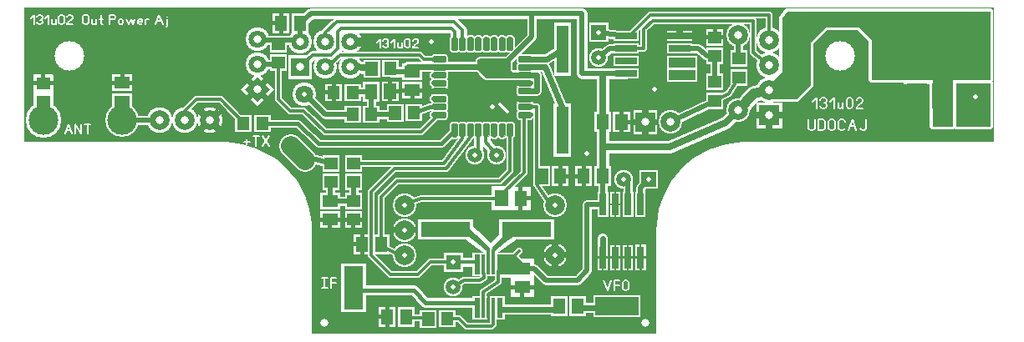
<source format=gbr>
%FSLAX34Y34*%
%MOMM*%
%LNCOPPER_TOP*%
G71*
G01*
%ADD10C, 5.000*%
%ADD11C, 5.200*%
%ADD12C, 2.600*%
%ADD13C, 2.400*%
%ADD14R, 3.300X2.200*%
%ADD15R, 2.800X3.300*%
%ADD16C, 0.700*%
%ADD17R, 2.600X1.100*%
%ADD18C, 0.900*%
%ADD19R, 1.000X2.400*%
%ADD20R, 0.700X2.400*%
%ADD21R, 5.600X2.100*%
%ADD22C, 1.900*%
%ADD23C, 1.000*%
%ADD24C, 0.600*%
%ADD25C, 1.100*%
%ADD26R, 2.000X1.700*%
%ADD27C, 1.600*%
%ADD28C, 2.400*%
%ADD29R, 1.700X1.800*%
%ADD30C, 1.300*%
%ADD31C, 3.600*%
%ADD32C, 3.400*%
%ADD33R, 1.700X2.000*%
%ADD34C, 0.800*%
%ADD35R, 2.000X1.900*%
%ADD36R, 1.800X1.700*%
%ADD37R, 2.400X2.100*%
%ADD38R, 1.800X5.400*%
%ADD39C, 0.175*%
%ADD40C, 2.400*%
%ADD41C, 1.680*%
%ADD42R, 2.500X5.000*%
%ADD43R, 4.800X2.300*%
%ADD44C, 0.159*%
%ADD45C, 0.191*%
%ADD46R, 1.100X2.600*%
%ADD47C, 1.280*%
%ADD48C, 1.280*%
%ADD49R, 2.100X2.400*%
%ADD50C, 0.300*%
%ADD51C, 0.400*%
%ADD52R, 0.900X0.900*%
%ADD53C, 0.100*%
%ADD54R, 3.100X1.400*%
%ADD55C, 0.200*%
%ADD56C, 0.667*%
%ADD57C, 0.649*%
%ADD58C, 0.433*%
%ADD59C, 0.924*%
%ADD60C, 0.233*%
%ADD61C, 0.245*%
%ADD62C, 2.000*%
%ADD63C, 2.000*%
%ADD64R, 2.000X2.500*%
%ADD65R, 2.200X0.700*%
%ADD66R, 0.600X2.000*%
%ADD67R, 0.300X2.000*%
%ADD68R, 5.000X1.500*%
%ADD69C, 1.500*%
%ADD70C, 0.500*%
%ADD71R, 1.600X1.300*%
%ADD72C, 1.800*%
%ADD73R, 1.300X1.400*%
%ADD74C, 3.000*%
%ADD75R, 1.300X1.600*%
%ADD76R, 1.400X1.300*%
%ADD77R, 1.200X4.800*%
%ADD78C, 2.000*%
%ADD79C, 1.800*%
%ADD80R, 1.900X4.400*%
%ADD81R, 4.400X1.900*%
%ADD82R, 0.700X2.200*%
%ADD83C, 0.000*%
%ADD84R, 0.500X0.500*%
%ADD85R, 2.700X1.000*%
%ADD86C, 3.000*%
%LPD*%
G36*
X792Y-396D02*
X982792Y-396D01*
X982792Y-331396D01*
X792Y-331396D01*
X792Y-396D01*
G37*
%LPC*%
X46036Y-49608D02*
G54D10*
D03*
X827085Y-49608D02*
G54D11*
D03*
G36*
X742251Y-122535D02*
X742251Y-96535D01*
X768251Y-96535D01*
X768251Y-122535D01*
X742251Y-122535D01*
G37*
X755252Y-84136D02*
G54D12*
D03*
X755252Y-58736D02*
G54D12*
D03*
X755252Y-33336D02*
G54D12*
D03*
X385760Y-200421D02*
G54D13*
D03*
X538160Y-200421D02*
G54D13*
D03*
X385760Y-225821D02*
G54D13*
D03*
X538161Y-251221D02*
G54D13*
D03*
X385760Y-251221D02*
G54D13*
D03*
X930776Y-32405D02*
G54D14*
D03*
X930670Y-90090D02*
G54D15*
D03*
G36*
X942070Y-73590D02*
X970070Y-73590D01*
X970070Y-106590D01*
X942070Y-106590D01*
X942070Y-73590D01*
G37*
X905270Y-90090D02*
G54D15*
D03*
G36*
X944958Y-120253D02*
X978693Y-120253D01*
X978693Y-76994D01*
X944958Y-76994D01*
X944958Y-120253D01*
G37*
G54D16*
X944958Y-120253D02*
X978693Y-120253D01*
X978693Y-76994D01*
X944958Y-76994D01*
X944958Y-120253D01*
X664367Y-67070D02*
G54D17*
D03*
X664367Y-54370D02*
G54D17*
D03*
X664367Y-41670D02*
G54D17*
D03*
X664366Y-28970D02*
G54D17*
D03*
X610367Y-28970D02*
G54D17*
D03*
X610367Y-41671D02*
G54D17*
D03*
X610367Y-54371D02*
G54D17*
D03*
X610367Y-67070D02*
G54D17*
D03*
G54D18*
X667005Y-53861D02*
X666748Y-53973D01*
G54D16*
X465738Y-295714D02*
X465737Y-288967D01*
X480818Y-279045D01*
X480818Y-267932D01*
X482406Y-305239D02*
G54D19*
D03*
X475818Y-305239D02*
G54D20*
D03*
X470818Y-305239D02*
G54D20*
D03*
X465818Y-305239D02*
G54D20*
D03*
X475818Y-261239D02*
G54D20*
D03*
X470818Y-261239D02*
G54D20*
D03*
X465819Y-261239D02*
G54D20*
D03*
X459387Y-305240D02*
G54D19*
D03*
X482406Y-261186D02*
G54D19*
D03*
X459387Y-261186D02*
G54D19*
D03*
X509071Y-225501D02*
G54D21*
D03*
X427315Y-225501D02*
G54D21*
D03*
G54D16*
X610367Y-41671D02*
X628251Y-41671D01*
X628252Y-22223D01*
X636983Y-13492D01*
X738583Y-13492D01*
X738583Y-45639D01*
X755252Y-58736D01*
G54D16*
X755252Y-34130D02*
X755252Y-7539D01*
X634602Y-7539D01*
X612378Y-29766D01*
X610367Y-29764D01*
G54D18*
X435372Y-258762D02*
X459343Y-258364D01*
G54D16*
X465930Y-270270D02*
X465930Y-274239D01*
X462359Y-276622D01*
X446088Y-276622D01*
X435372Y-284163D01*
G54D16*
X423346Y-225501D02*
X445767Y-225501D01*
X470692Y-246855D01*
X470692Y-255189D01*
G54D16*
X475852Y-255189D02*
X475852Y-246458D01*
X500061Y-226614D01*
G54D18*
X460248Y-123076D02*
X460248Y-148953D01*
X457199Y-150017D01*
G36*
X425872Y-249262D02*
X444872Y-249262D01*
X444872Y-268262D01*
X425872Y-268262D01*
X425872Y-249262D01*
G37*
X435372Y-284163D02*
G54D22*
D03*
G54D16*
X492248Y-123075D02*
X492645Y-165767D01*
X482202Y-176211D01*
X378220Y-176211D01*
X362345Y-192086D01*
X362345Y-242491D01*
X381792Y-251221D01*
G54D16*
X381792Y-200421D02*
X402828Y-193675D01*
X484189Y-193673D01*
X487759Y-186531D01*
X506808Y-167480D01*
X506808Y-108635D01*
X506749Y-108575D01*
G54D16*
X534192Y-200421D02*
X519508Y-179386D01*
X519508Y-100805D01*
X506978Y-100805D01*
X506748Y-100575D01*
G36*
X592099Y-34827D02*
X573099Y-34827D01*
X573099Y-15827D01*
X592099Y-15827D01*
X592099Y-34827D01*
G37*
X582599Y-50727D02*
G54D22*
D03*
G54D18*
X610367Y-41671D02*
X593724Y-41671D01*
X582599Y-50727D01*
G54D18*
X610367Y-28970D02*
X582599Y-25327D01*
G54D23*
X388875Y-60660D02*
X461022Y-60575D01*
X469105Y-68658D01*
X506434Y-68658D01*
G54D23*
X506352Y-68575D02*
X519904Y-68657D01*
X519905Y-84533D01*
X506351Y-84575D01*
G54D24*
X491727Y-76595D02*
X506749Y-76575D01*
G54D24*
X526255Y-92867D02*
X490933Y-92867D01*
G54D24*
X433386Y-84533D02*
X420686Y-84533D01*
X408780Y-84533D01*
G54D25*
X610367Y-67070D02*
X565943Y-67070D01*
X393674Y-65110D02*
G54D26*
D03*
X393674Y-84110D02*
G54D26*
D03*
G54D18*
X499590Y-265008D02*
X517024Y-265008D01*
X528636Y-276620D01*
X560784Y-276622D01*
X570705Y-266698D01*
X570705Y-200023D01*
X586580Y-199998D01*
X586579Y-182958D01*
X586581Y-171845D01*
G54D27*
X755252Y-84136D02*
X740170Y-87708D01*
X723973Y-104242D01*
G36*
X268046Y-48660D02*
X292046Y-48660D01*
X292046Y-72660D01*
X268046Y-72660D01*
X268046Y-48660D01*
G37*
X280046Y-35260D02*
G54D28*
D03*
X305446Y-60660D02*
G54D28*
D03*
X305446Y-35260D02*
G54D28*
D03*
X330846Y-60660D02*
G54D28*
D03*
X330847Y-35260D02*
G54D28*
D03*
X478630Y-150017D02*
G54D22*
D03*
G54D18*
X468248Y-123075D02*
X468248Y-136858D01*
X478629Y-150017D01*
G54D18*
X436249Y-38075D02*
X436538Y-24582D01*
X433386Y-21430D01*
X321864Y-21430D01*
X318292Y-25002D01*
X318292Y-41273D01*
X311545Y-48020D01*
X292686Y-48020D01*
X280046Y-60660D01*
G54D18*
X305594Y-33338D02*
X305594Y-25797D01*
X317103Y-14288D01*
X435769Y-14288D01*
X444103Y-22622D01*
X444103Y-36116D01*
G54D16*
X305594Y-60722D02*
X311547Y-57150D01*
X320675Y-48022D01*
X401241Y-48022D01*
X405606Y-52388D01*
X421481Y-52388D01*
G54D25*
X279795Y-34924D02*
X279796Y-15875D01*
X290908Y-6350D01*
X565545Y-6350D01*
G36*
X343973Y-53309D02*
X360973Y-53309D01*
X360973Y-71309D01*
X343973Y-71309D01*
X343973Y-53309D01*
G37*
X371473Y-62309D02*
G54D29*
D03*
G54D30*
X330846Y-60660D02*
X351680Y-60721D01*
G54D25*
X372267Y-65087D02*
X393674Y-65110D01*
X20011Y-114695D02*
G54D31*
D03*
X100011Y-114695D02*
G54D32*
D03*
X137714Y-114695D02*
G54D12*
D03*
X163114Y-114695D02*
G54D12*
D03*
X188515Y-114695D02*
G54D12*
D03*
X99988Y-95620D02*
G54D26*
D03*
X99988Y-76620D02*
G54D26*
D03*
G54D18*
X100011Y-114695D02*
X137714Y-114695D01*
X586581Y-116283D02*
G54D33*
D03*
G36*
X597080Y-106283D02*
X614080Y-106283D01*
X614080Y-126283D01*
X597080Y-126283D01*
X597080Y-106283D01*
G37*
G36*
X641518Y-104544D02*
X641518Y-128544D01*
X617518Y-128544D01*
X617518Y-104544D01*
X641518Y-104544D01*
G37*
X654917Y-116545D02*
G54D28*
D03*
G54D34*
X242093Y-117475D02*
X277812Y-117475D01*
X298449Y-138112D01*
X423465Y-138112D01*
X436562Y-125016D01*
X241644Y-117473D02*
G54D29*
D03*
X222644Y-117473D02*
G54D29*
D03*
X457199Y-150017D02*
G54D22*
D03*
G54D16*
X435372Y-258762D02*
X411955Y-258364D01*
X399255Y-271064D01*
X371474Y-271064D01*
X352424Y-252014D01*
X352424Y-186926D01*
X375839Y-163511D01*
X428228Y-163511D01*
X452038Y-132158D01*
X452248Y-123075D01*
X352098Y-108225D02*
G54D29*
D03*
X333098Y-108225D02*
G54D29*
D03*
X19818Y-96017D02*
G54D35*
D03*
X19818Y-77017D02*
G54D35*
D03*
X333047Y-86449D02*
G54D29*
D03*
X314047Y-86449D02*
G54D29*
D03*
G54D18*
X352843Y-85559D02*
X332349Y-85750D01*
X334141Y-177377D02*
G54D36*
D03*
X334142Y-158377D02*
G54D36*
D03*
X505196Y-265135D02*
G54D37*
D03*
X505196Y-284135D02*
G54D37*
D03*
G54D25*
X482520Y-268665D02*
X501570Y-268665D01*
G36*
X536596Y-97518D02*
X554596Y-97517D01*
X554597Y-151517D01*
X536597Y-151518D01*
X536596Y-97518D01*
G37*
X545596Y-42761D02*
G54D38*
D03*
G54D23*
X506748Y-52575D02*
X529829Y-52575D01*
X545596Y-42761D01*
G54D23*
X506748Y-60575D02*
X528094Y-60575D01*
X545596Y-102690D01*
X545702Y-124412D01*
X545596Y-124518D01*
X352146Y-85256D02*
G54D33*
D03*
G36*
X362646Y-75257D02*
X379646Y-75256D01*
X379646Y-95256D01*
X362646Y-95257D01*
X362646Y-75257D01*
G37*
X586184Y-171448D02*
G54D33*
D03*
X567184Y-171448D02*
G54D33*
D03*
G54D39*
X41845Y-128348D02*
X45512Y-118571D01*
X49178Y-128348D01*
G54D39*
X43312Y-124682D02*
X47712Y-124682D01*
G54D39*
X52600Y-128348D02*
X52600Y-118571D01*
X58467Y-128348D01*
X58467Y-118571D01*
G54D39*
X64822Y-128348D02*
X64822Y-118571D01*
G54D39*
X61889Y-118571D02*
X67756Y-118571D01*
G54D39*
X65968Y-9279D02*
X65968Y-15390D01*
X65235Y-16612D01*
X63768Y-17224D01*
X62301Y-17224D01*
X60835Y-16612D01*
X60101Y-15390D01*
X60101Y-9279D01*
X60835Y-8057D01*
X62301Y-7446D01*
X63768Y-7446D01*
X65235Y-8057D01*
X65968Y-9279D01*
G54D39*
X73790Y-11724D02*
X73790Y-17224D01*
G54D39*
X73790Y-16001D02*
X73057Y-16979D01*
X71590Y-17224D01*
X70124Y-16979D01*
X69390Y-16001D01*
X69390Y-11724D01*
G54D39*
X78679Y-7446D02*
X78679Y-16612D01*
X79412Y-17224D01*
X80146Y-16979D01*
G54D39*
X77212Y-11724D02*
X80146Y-11724D01*
G54D39*
X87136Y-17224D02*
X87136Y-7446D01*
X90803Y-7446D01*
X92270Y-8057D01*
X93003Y-9279D01*
X93003Y-10501D01*
X92270Y-11724D01*
X90803Y-12335D01*
X87136Y-12335D01*
G54D39*
X100825Y-15757D02*
X100825Y-13312D01*
X100092Y-12090D01*
X98625Y-11724D01*
X97159Y-12090D01*
X96425Y-13312D01*
X96425Y-15757D01*
X97159Y-16979D01*
X98625Y-17224D01*
X100092Y-16979D01*
X100825Y-15757D01*
G54D39*
X104247Y-11724D02*
X106447Y-17224D01*
X108647Y-11724D01*
X110847Y-17224D01*
X112314Y-11724D01*
G54D39*
X120136Y-16612D02*
X118963Y-17224D01*
X117496Y-17224D01*
X116030Y-16612D01*
X115736Y-15390D01*
X115736Y-13312D01*
X116470Y-12090D01*
X117936Y-11724D01*
X119403Y-12090D01*
X120136Y-12946D01*
X120136Y-14168D01*
X115736Y-14168D01*
G54D39*
X123558Y-17224D02*
X123558Y-11724D01*
G54D39*
X123558Y-12946D02*
X125025Y-11724D01*
X126492Y-11724D01*
G54D39*
X133482Y-17224D02*
X137149Y-7446D01*
X140816Y-17224D01*
G54D39*
X134949Y-13557D02*
X139349Y-13557D01*
G54D39*
X145704Y-9890D02*
X145704Y-9890D01*
G54D39*
X144237Y-19668D02*
X144971Y-19668D01*
X145704Y-18690D01*
X145704Y-11724D01*
G54D40*
X284881Y-155104D02*
X270739Y-140962D01*
X311151Y-158352D02*
G54D36*
D03*
X311151Y-177352D02*
G54D36*
D03*
X334167Y-196503D02*
G54D36*
D03*
X334168Y-215502D02*
G54D36*
D03*
X310355Y-196502D02*
G54D26*
D03*
X310355Y-215501D02*
G54D26*
D03*
G54D39*
X223217Y-136374D02*
X229084Y-136374D01*
G54D39*
X226150Y-133929D02*
X226150Y-138818D01*
G54D39*
X235439Y-140652D02*
X235439Y-130874D01*
G54D39*
X232506Y-130874D02*
X238372Y-130874D01*
G54D39*
X241795Y-130874D02*
X249128Y-140652D01*
G54D39*
X241795Y-140652D02*
X249128Y-130874D01*
X964008Y-90487D02*
G54D41*
D03*
X284161Y-88104D02*
G54D13*
D03*
G54D18*
X334167Y-196503D02*
X334169Y-182562D01*
X334124Y-177962D01*
G54D18*
X334167Y-196503D02*
X310725Y-196872D01*
X310355Y-196502D01*
X310360Y-178143D01*
G54D18*
X311151Y-158352D02*
X286541Y-151605D01*
G54D18*
X284161Y-88104D02*
X285353Y-88106D01*
X293688Y-96838D01*
X305197Y-108347D01*
X333098Y-108225D01*
X334167Y-284558D02*
G54D42*
D03*
G54D23*
X459580Y-299639D02*
X407192Y-299639D01*
X394889Y-286938D01*
X334167Y-286938D01*
X601264Y-303607D02*
G54D43*
D03*
G54D23*
X482598Y-306386D02*
X541733Y-306386D01*
G54D16*
X334162Y-158317D02*
X425450Y-158353D01*
X444500Y-133350D01*
X444500Y-123825D01*
G54D16*
X223043Y-117475D02*
X199230Y-93662D01*
X175021Y-93662D01*
X162321Y-106362D01*
X162321Y-114300D01*
G54D44*
X7142Y-11508D02*
X10476Y-8175D01*
X10476Y-17064D01*
G54D44*
X13586Y-9842D02*
X14253Y-8731D01*
X15586Y-8175D01*
X16920Y-8175D01*
X18253Y-8731D01*
X18920Y-9842D01*
X18920Y-10953D01*
X18253Y-12064D01*
X16920Y-12620D01*
X18253Y-13175D01*
X18920Y-14286D01*
X18920Y-15397D01*
X18253Y-16508D01*
X16920Y-17064D01*
X15586Y-17064D01*
X14253Y-16508D01*
X13586Y-15397D01*
G54D44*
X22030Y-11508D02*
X25364Y-8175D01*
X25364Y-17064D01*
G54D44*
X32474Y-12064D02*
X32474Y-17064D01*
G54D44*
X32474Y-15953D02*
X31808Y-16842D01*
X30474Y-17064D01*
X29141Y-16842D01*
X28474Y-15953D01*
X28474Y-12064D01*
G54D44*
X40919Y-9842D02*
X40919Y-15397D01*
X40252Y-16508D01*
X38919Y-17064D01*
X37585Y-17064D01*
X36252Y-16508D01*
X35585Y-15397D01*
X35585Y-9842D01*
X36252Y-8731D01*
X37585Y-8175D01*
X38919Y-8175D01*
X40252Y-8731D01*
X40919Y-9842D01*
G54D44*
X49363Y-17064D02*
X44029Y-17064D01*
X44029Y-16508D01*
X44696Y-15397D01*
X48696Y-12064D01*
X49363Y-10953D01*
X49363Y-9842D01*
X48696Y-8731D01*
X47363Y-8175D01*
X46029Y-8175D01*
X44696Y-8731D01*
X44029Y-9842D01*
G54D44*
X357583Y-35321D02*
X360916Y-31988D01*
X360916Y-40876D01*
G54D44*
X364027Y-33654D02*
X364694Y-32543D01*
X366027Y-31988D01*
X367360Y-31988D01*
X368694Y-32543D01*
X369360Y-33654D01*
X369360Y-34765D01*
X368694Y-35876D01*
X367360Y-36432D01*
X368694Y-36988D01*
X369360Y-38099D01*
X369360Y-39210D01*
X368694Y-40321D01*
X367360Y-40876D01*
X366027Y-40876D01*
X364694Y-40321D01*
X364027Y-39210D01*
G54D44*
X372471Y-35321D02*
X375804Y-31988D01*
X375804Y-40876D01*
G54D44*
X382915Y-35876D02*
X382915Y-40876D01*
G54D44*
X382915Y-39765D02*
X382248Y-40654D01*
X380915Y-40876D01*
X379582Y-40654D01*
X378915Y-39765D01*
X378915Y-35876D01*
G54D44*
X391359Y-33654D02*
X391359Y-39210D01*
X390693Y-40321D01*
X389359Y-40876D01*
X388026Y-40876D01*
X386693Y-40321D01*
X386026Y-39210D01*
X386026Y-33654D01*
X386693Y-32543D01*
X388026Y-31988D01*
X389359Y-31988D01*
X390693Y-32543D01*
X391359Y-33654D01*
G54D44*
X399803Y-40876D02*
X394470Y-40876D01*
X394470Y-40321D01*
X395137Y-39210D01*
X399137Y-35876D01*
X399803Y-34765D01*
X399803Y-33654D01*
X399137Y-32543D01*
X397803Y-31988D01*
X396470Y-31988D01*
X395137Y-32543D01*
X394470Y-33654D01*
G54D45*
X799305Y-95727D02*
X803305Y-91727D01*
X803305Y-102393D01*
G54D45*
X807038Y-93727D02*
X807838Y-92393D01*
X809438Y-91727D01*
X811038Y-91727D01*
X812638Y-92393D01*
X813438Y-93727D01*
X813438Y-95060D01*
X812638Y-96393D01*
X811038Y-97060D01*
X812638Y-97727D01*
X813438Y-99060D01*
X813438Y-100393D01*
X812638Y-101727D01*
X811038Y-102393D01*
X809438Y-102393D01*
X807838Y-101727D01*
X807038Y-100393D01*
G54D45*
X817171Y-95727D02*
X821171Y-91727D01*
X821171Y-102393D01*
G54D45*
X829704Y-96393D02*
X829704Y-102393D01*
G54D45*
X829704Y-101060D02*
X828904Y-102127D01*
X827304Y-102393D01*
X825704Y-102127D01*
X824904Y-101060D01*
X824904Y-96393D01*
G54D45*
X839837Y-93727D02*
X839837Y-100393D01*
X839037Y-101727D01*
X837437Y-102393D01*
X835837Y-102393D01*
X834237Y-101727D01*
X833437Y-100393D01*
X833437Y-93727D01*
X834237Y-92393D01*
X835837Y-91727D01*
X837437Y-91727D01*
X839037Y-92393D01*
X839837Y-93727D01*
G54D45*
X849970Y-102393D02*
X843570Y-102393D01*
X843570Y-101727D01*
X844370Y-100393D01*
X849170Y-96393D01*
X849970Y-95060D01*
X849970Y-93727D01*
X849170Y-92393D01*
X847570Y-91727D01*
X845970Y-91727D01*
X844370Y-92393D01*
X843570Y-93727D01*
G36*
X219639Y-82910D02*
X236610Y-65939D01*
X253580Y-82910D01*
X236610Y-99881D01*
X219639Y-82910D01*
G37*
X236609Y-57509D02*
G54D28*
D03*
X236609Y-32109D02*
G54D28*
D03*
G54D18*
X236609Y-33300D02*
X280046Y-33276D01*
G54D18*
X236609Y-57509D02*
X258615Y-57485D01*
X700181Y-49514D02*
G54D36*
D03*
X700181Y-30515D02*
G54D36*
D03*
X700209Y-94730D02*
G54D36*
D03*
X700209Y-75730D02*
G54D36*
D03*
G54D18*
X664367Y-41670D02*
X683468Y-41670D01*
X692150Y-49609D01*
X700181Y-49514D01*
X724393Y-51893D02*
G54D36*
D03*
X724393Y-70893D02*
G54D36*
D03*
G54D18*
X700209Y-94730D02*
X654917Y-116545D01*
G54D18*
X700209Y-75730D02*
X700181Y-49514D01*
X723974Y-28042D02*
G54D28*
D03*
X723973Y-104242D02*
G54D28*
D03*
G54D16*
X700209Y-94730D02*
X714770Y-87311D01*
X723576Y-71709D01*
G54D18*
X723996Y-51893D02*
X723996Y-28065D01*
G36*
X978296Y-4762D02*
X773508Y-4762D01*
X768746Y-11112D01*
X768746Y-65088D01*
X757633Y-76200D01*
X757633Y-92075D01*
X783033Y-92075D01*
X796527Y-78581D01*
X796527Y-36116D01*
X812799Y-19844D01*
X845740Y-19844D01*
X859233Y-33338D01*
X859233Y-73025D01*
X978296Y-73025D01*
X978296Y-4762D01*
G37*
G54D16*
X978296Y-4762D02*
X773508Y-4762D01*
X768746Y-11112D01*
X768746Y-65088D01*
X757633Y-76200D01*
X757633Y-92075D01*
X783033Y-92075D01*
X796527Y-78581D01*
X796527Y-36116D01*
X812799Y-19844D01*
X845740Y-19844D01*
X859233Y-33338D01*
X859233Y-73025D01*
X978296Y-73025D01*
X978296Y-4762D01*
G54D45*
X794939Y-113952D02*
X794939Y-122618D01*
X795739Y-123952D01*
X797339Y-124618D01*
X798939Y-124618D01*
X800539Y-123952D01*
X801339Y-122618D01*
X801339Y-113952D01*
G54D45*
X805072Y-124618D02*
X805072Y-113952D01*
X809072Y-113952D01*
X810672Y-114618D01*
X811472Y-115952D01*
X811472Y-122618D01*
X810672Y-123952D01*
X809072Y-124618D01*
X805072Y-124618D01*
G54D45*
X821605Y-115952D02*
X821605Y-122618D01*
X820805Y-123952D01*
X819205Y-124618D01*
X817605Y-124618D01*
X816005Y-123952D01*
X815205Y-122618D01*
X815205Y-115952D01*
X816005Y-114618D01*
X817605Y-113952D01*
X819205Y-113952D01*
X820805Y-114618D01*
X821605Y-115952D01*
G54D45*
X831738Y-122618D02*
X830938Y-123952D01*
X829338Y-124618D01*
X827738Y-124618D01*
X826138Y-123952D01*
X825338Y-122618D01*
X825338Y-115952D01*
X826138Y-114618D01*
X827738Y-113952D01*
X829338Y-113952D01*
X830938Y-114618D01*
X831738Y-115952D01*
G54D45*
X835471Y-124618D02*
X839471Y-113952D01*
X843471Y-124618D01*
G54D45*
X837071Y-120618D02*
X841871Y-120618D01*
G54D45*
X853604Y-113952D02*
X853604Y-122618D01*
X852804Y-123952D01*
X851204Y-124618D01*
X849604Y-124618D01*
X848004Y-123952D01*
X847204Y-122618D01*
G54D39*
X301798Y-284320D02*
X307665Y-284320D01*
G54D39*
X304732Y-284320D02*
X304732Y-274543D01*
G54D39*
X301798Y-274543D02*
X307665Y-274543D01*
G54D39*
X311087Y-284320D02*
X311087Y-274543D01*
X316220Y-274543D01*
G54D39*
X311087Y-279432D02*
X316220Y-279432D01*
G54D39*
X587548Y-277321D02*
X591215Y-287098D01*
X594881Y-277321D01*
G54D39*
X598303Y-287098D02*
X598303Y-277321D01*
X603436Y-277321D01*
G54D39*
X598303Y-282210D02*
X603436Y-282210D01*
G54D39*
X612725Y-279154D02*
X612725Y-285265D01*
X611991Y-286487D01*
X610525Y-287098D01*
X609058Y-287098D01*
X607591Y-286487D01*
X606858Y-285265D01*
X606858Y-279154D01*
X607591Y-277932D01*
X609058Y-277321D01*
X610525Y-277321D01*
X611991Y-277932D01*
X612725Y-279154D01*
X586580Y-253998D02*
G54D46*
D03*
X599280Y-253998D02*
G54D46*
D03*
X611980Y-253998D02*
G54D46*
D03*
G36*
X619180Y-240998D02*
X630180Y-240997D01*
X630181Y-266997D01*
X619181Y-266998D01*
X619180Y-240998D01*
G37*
X624680Y-199998D02*
G54D46*
D03*
G36*
X606479Y-186998D02*
X617479Y-186998D01*
X617480Y-212998D01*
X606480Y-212998D01*
X606479Y-186998D01*
G37*
X599279Y-199999D02*
G54D46*
D03*
G36*
X581079Y-186999D02*
X592079Y-186998D01*
X592080Y-212998D01*
X581080Y-212999D01*
X581079Y-186999D01*
G37*
G36*
X623743Y-184280D02*
X623743Y-165280D01*
X642743Y-165280D01*
X642743Y-184280D01*
X623743Y-184280D01*
G37*
X607842Y-174780D02*
G54D22*
D03*
G54D18*
X624680Y-199998D02*
X624681Y-183356D01*
X633243Y-174780D01*
G54D18*
X611980Y-199998D02*
X611981Y-178594D01*
X607842Y-174780D01*
X412748Y-34526D02*
G54D47*
D03*
X630000Y-320000D02*
G54D48*
D03*
X305000Y-320000D02*
G54D48*
D03*
X638967Y-83342D02*
G54D47*
D03*
X570704Y-148032D02*
G54D47*
D03*
G36*
X367736Y-98155D02*
X384736Y-98155D01*
X384736Y-116155D01*
X367736Y-116155D01*
X367736Y-98155D01*
G37*
X395236Y-107155D02*
G54D29*
D03*
G54D18*
X352146Y-85256D02*
X352423Y-108346D01*
G54D34*
X395236Y-107155D02*
X411557Y-100805D01*
X421519Y-100805D01*
G54D18*
X475852Y-68658D02*
X514745Y-30162D01*
X514745Y-6746D01*
G36*
X469105Y-68658D02*
X461419Y-60972D01*
X461419Y-54515D01*
X462754Y-53180D01*
X492123Y-53180D01*
X492123Y-65085D01*
X495695Y-68658D01*
X469105Y-68658D01*
G37*
G54D16*
X469105Y-68658D02*
X461419Y-60972D01*
X461419Y-54515D01*
X462754Y-53180D01*
X492123Y-53180D01*
X492123Y-65085D01*
X495695Y-68658D01*
X469105Y-68658D01*
X387324Y-313952D02*
G54D33*
D03*
X368324Y-313951D02*
G54D33*
D03*
G36*
X401470Y-307309D02*
X418470Y-307308D01*
X418470Y-325308D01*
X401470Y-325309D01*
X401470Y-307309D01*
G37*
X428970Y-316308D02*
G54D29*
D03*
G54D16*
X409970Y-316308D02*
X387324Y-313952D01*
G54D16*
X428970Y-316308D02*
X441323Y-316308D01*
X448863Y-323849D01*
X474263Y-323849D01*
X475851Y-322261D01*
X475851Y-312736D01*
G36*
X482598Y-268683D02*
X506013Y-268683D01*
X506013Y-261936D01*
X496885Y-252808D01*
X482598Y-252808D01*
X482598Y-268683D01*
G37*
G54D16*
X482598Y-268683D02*
X506013Y-268683D01*
X506013Y-261936D01*
X496885Y-252808D01*
X482598Y-252808D01*
X482598Y-268683D01*
G36*
X516170Y-161448D02*
X533170Y-161448D01*
X533170Y-181448D01*
X516170Y-181448D01*
X516170Y-161448D01*
G37*
X543669Y-171448D02*
G54D33*
D03*
G36*
X473689Y-181673D02*
X494689Y-181673D01*
X494689Y-205673D01*
X473689Y-205673D01*
X473689Y-181673D01*
G37*
X503188Y-193673D02*
G54D49*
D03*
X361900Y-240504D02*
G54D33*
D03*
X342901Y-240504D02*
G54D33*
D03*
G54D50*
X490139Y-106360D02*
X482201Y-98423D01*
G54D23*
X586580Y-251219D02*
X586580Y-234551D01*
G54D30*
X588169Y-141684D02*
X654050Y-141684D01*
X710803Y-117078D01*
X723973Y-104242D01*
G54D16*
X496489Y-252807D02*
X502045Y-247251D01*
G36*
X515248Y-109575D02*
X513248Y-111575D01*
X502248Y-111576D01*
X501248Y-110575D01*
X501249Y-106575D01*
X502248Y-105575D01*
X513248Y-105576D01*
X515248Y-107575D01*
X515248Y-109575D01*
G37*
G54D51*
X515248Y-109575D02*
X513248Y-111575D01*
X502248Y-111576D01*
X501248Y-110575D01*
X501249Y-106575D01*
X502248Y-105575D01*
X513248Y-105576D01*
X515248Y-107575D01*
X515248Y-109575D01*
G36*
X515248Y-101575D02*
X513248Y-103575D01*
X502248Y-103575D01*
X501248Y-102575D01*
X501248Y-98576D01*
X502248Y-97576D01*
X513248Y-97576D01*
X515249Y-99576D01*
X515248Y-101575D01*
G37*
G54D51*
X515248Y-101575D02*
X513248Y-103575D01*
X502248Y-103575D01*
X501248Y-102575D01*
X501248Y-98576D01*
X502248Y-97576D01*
X513248Y-97576D01*
X515249Y-99576D01*
X515248Y-101575D01*
X506749Y-108575D02*
G54D52*
D03*
X506748Y-100575D02*
G54D52*
D03*
G36*
X515248Y-93575D02*
X513248Y-95575D01*
X502248Y-95576D01*
X501249Y-94575D01*
X501248Y-90575D01*
X502248Y-89575D01*
X513249Y-89575D01*
X515248Y-91575D01*
X515248Y-93575D01*
G37*
G54D51*
X515248Y-93575D02*
X513248Y-95575D01*
X502248Y-95576D01*
X501249Y-94575D01*
X501248Y-90575D01*
X502248Y-89575D01*
X513249Y-89575D01*
X515248Y-91575D01*
X515248Y-93575D01*
G36*
X515248Y-85575D02*
X513248Y-87576D01*
X502248Y-87576D01*
X501248Y-86575D01*
X501248Y-82575D01*
X502248Y-81576D01*
X513249Y-81575D01*
X515248Y-83575D01*
X515248Y-85575D01*
G37*
G54D51*
X515248Y-85575D02*
X513248Y-87576D01*
X502248Y-87576D01*
X501248Y-86575D01*
X501248Y-82575D01*
X502248Y-81576D01*
X513249Y-81575D01*
X515248Y-83575D01*
X515248Y-85575D01*
X506748Y-92575D02*
G54D52*
D03*
X506748Y-84575D02*
G54D52*
D03*
G36*
X515248Y-77575D02*
X513248Y-79575D01*
X502248Y-79575D01*
X501248Y-78575D01*
X501248Y-74576D01*
X502248Y-73576D01*
X513248Y-73576D01*
X515248Y-75576D01*
X515248Y-77575D01*
G37*
G54D51*
X515248Y-77575D02*
X513248Y-79575D01*
X502248Y-79575D01*
X501248Y-78575D01*
X501248Y-74576D01*
X502248Y-73576D01*
X513248Y-73576D01*
X515248Y-75576D01*
X515248Y-77575D01*
G36*
X515248Y-69575D02*
X513248Y-71575D01*
X502249Y-71575D01*
X501249Y-70575D01*
X501248Y-66575D01*
X502249Y-65575D01*
X513248Y-65575D01*
X515248Y-67575D01*
X515248Y-69575D01*
G37*
G54D51*
X515248Y-69575D02*
X513248Y-71575D01*
X502249Y-71575D01*
X501249Y-70575D01*
X501248Y-66575D01*
X502249Y-65575D01*
X513248Y-65575D01*
X515248Y-67575D01*
X515248Y-69575D01*
X506749Y-76575D02*
G54D52*
D03*
X506748Y-68575D02*
G54D52*
D03*
G36*
X515248Y-61575D02*
X513248Y-63575D01*
X502248Y-63575D01*
X501248Y-62576D01*
X501249Y-58575D01*
X502248Y-57575D01*
X513248Y-57575D01*
X515248Y-59576D01*
X515248Y-61575D01*
G37*
G54D51*
X515248Y-61575D02*
X513248Y-63575D01*
X502248Y-63575D01*
X501248Y-62576D01*
X501249Y-58575D01*
X502248Y-57575D01*
X513248Y-57575D01*
X515248Y-59576D01*
X515248Y-61575D01*
G36*
X515248Y-53576D02*
X513248Y-55575D01*
X502248Y-55575D01*
X501248Y-54575D01*
X501248Y-50576D01*
X502248Y-49575D01*
X513249Y-49576D01*
X515248Y-51575D01*
X515248Y-53576D01*
G37*
G54D51*
X515248Y-53576D02*
X513248Y-55575D01*
X502248Y-55575D01*
X501248Y-54575D01*
X501248Y-50576D01*
X502248Y-49575D01*
X513249Y-49576D01*
X515248Y-51575D01*
X515248Y-53576D01*
X506748Y-60575D02*
G54D52*
D03*
X506748Y-52575D02*
G54D52*
D03*
G36*
X435248Y-131575D02*
X433248Y-129575D01*
X433248Y-118575D01*
X434248Y-117575D01*
X438248Y-117575D01*
X439248Y-118575D01*
X439248Y-129575D01*
X437248Y-131576D01*
X435248Y-131575D01*
G37*
G54D51*
X435248Y-131575D02*
X433248Y-129575D01*
X433248Y-118575D01*
X434248Y-117575D01*
X438248Y-117575D01*
X439248Y-118575D01*
X439248Y-129575D01*
X437248Y-131576D01*
X435248Y-131575D01*
G36*
X443248Y-131575D02*
X441248Y-129575D01*
X441248Y-118575D01*
X442248Y-117575D01*
X446249Y-117575D01*
X447248Y-118576D01*
X447248Y-129575D01*
X445248Y-131575D01*
X443248Y-131575D01*
G37*
G54D51*
X443248Y-131575D02*
X441248Y-129575D01*
X441248Y-118575D01*
X442248Y-117575D01*
X446249Y-117575D01*
X447248Y-118576D01*
X447248Y-129575D01*
X445248Y-131575D01*
X443248Y-131575D01*
X436248Y-123075D02*
G54D52*
D03*
X444248Y-123075D02*
G54D52*
D03*
G36*
X451248Y-131576D02*
X449248Y-129575D01*
X449249Y-118575D01*
X450248Y-117575D01*
X454249Y-117576D01*
X455248Y-118575D01*
X455248Y-129576D01*
X453248Y-131575D01*
X451248Y-131576D01*
G37*
G54D51*
X451248Y-131576D02*
X449248Y-129575D01*
X449249Y-118575D01*
X450248Y-117575D01*
X454249Y-117576D01*
X455248Y-118575D01*
X455248Y-129576D01*
X453248Y-131575D01*
X451248Y-131576D01*
G36*
X459248Y-131575D02*
X457248Y-129575D01*
X457248Y-118575D01*
X458248Y-117575D01*
X462248Y-117575D01*
X463249Y-118575D01*
X463248Y-129575D01*
X461248Y-131576D01*
X459248Y-131575D01*
G37*
G54D51*
X459248Y-131575D02*
X457248Y-129575D01*
X457248Y-118575D01*
X458248Y-117575D01*
X462248Y-117575D01*
X463249Y-118575D01*
X463248Y-129575D01*
X461248Y-131576D01*
X459248Y-131575D01*
X452248Y-123075D02*
G54D52*
D03*
X460248Y-123076D02*
G54D52*
D03*
G36*
X467248Y-131575D02*
X465248Y-129575D01*
X465249Y-118575D01*
X466248Y-117575D01*
X470249Y-117575D01*
X471248Y-118575D01*
X471248Y-129575D01*
X469248Y-131575D01*
X467248Y-131575D01*
G37*
G54D51*
X467248Y-131575D02*
X465248Y-129575D01*
X465249Y-118575D01*
X466248Y-117575D01*
X470249Y-117575D01*
X471248Y-118575D01*
X471248Y-129575D01*
X469248Y-131575D01*
X467248Y-131575D01*
G36*
X475248Y-131575D02*
X473248Y-129575D01*
X473248Y-118575D01*
X474248Y-117575D01*
X478249Y-117576D01*
X479248Y-118575D01*
X479248Y-129575D01*
X477249Y-131575D01*
X475248Y-131575D01*
G37*
G54D51*
X475248Y-131575D02*
X473248Y-129575D01*
X473248Y-118575D01*
X474248Y-117575D01*
X478249Y-117576D01*
X479248Y-118575D01*
X479248Y-129575D01*
X477249Y-131575D01*
X475248Y-131575D01*
X468248Y-123075D02*
G54D52*
D03*
X476248Y-123075D02*
G54D52*
D03*
G36*
X483248Y-131575D02*
X481248Y-129575D01*
X481248Y-118576D01*
X482248Y-117576D01*
X486248Y-117575D01*
X487248Y-118576D01*
X487248Y-129575D01*
X485248Y-131575D01*
X483248Y-131575D01*
G37*
G54D51*
X483248Y-131575D02*
X481248Y-129575D01*
X481248Y-118576D01*
X482248Y-117576D01*
X486248Y-117575D01*
X487248Y-118576D01*
X487248Y-129575D01*
X485248Y-131575D01*
X483248Y-131575D01*
G36*
X491248Y-131575D02*
X489248Y-129576D01*
X489249Y-118575D01*
X490248Y-117575D01*
X494248Y-117575D01*
X495248Y-118576D01*
X495248Y-129575D01*
X493248Y-131576D01*
X491248Y-131575D01*
G37*
G54D51*
X491248Y-131575D02*
X489248Y-129576D01*
X489249Y-118575D01*
X490248Y-117575D01*
X494248Y-117575D01*
X495248Y-118576D01*
X495248Y-129575D01*
X493248Y-131576D01*
X491248Y-131575D01*
X484248Y-123075D02*
G54D52*
D03*
X492248Y-123075D02*
G54D52*
D03*
G36*
X413248Y-51575D02*
X415248Y-49575D01*
X426248Y-49576D01*
X427248Y-50576D01*
X427248Y-54575D01*
X426248Y-55575D01*
X415248Y-55575D01*
X413248Y-53576D01*
X413248Y-51575D01*
G37*
G54D51*
X413248Y-51575D02*
X415248Y-49575D01*
X426248Y-49576D01*
X427248Y-50576D01*
X427248Y-54575D01*
X426248Y-55575D01*
X415248Y-55575D01*
X413248Y-53576D01*
X413248Y-51575D01*
G36*
X413248Y-59576D02*
X415248Y-57575D01*
X426248Y-57575D01*
X427248Y-58575D01*
X427248Y-62575D01*
X426249Y-63575D01*
X415248Y-63575D01*
X413248Y-61575D01*
X413248Y-59576D01*
G37*
G54D51*
X413248Y-59576D02*
X415248Y-57575D01*
X426248Y-57575D01*
X427248Y-58575D01*
X427248Y-62575D01*
X426249Y-63575D01*
X415248Y-63575D01*
X413248Y-61575D01*
X413248Y-59576D01*
G36*
X417248Y-48076D02*
X426248Y-48075D01*
X426249Y-57075D01*
X417249Y-57076D01*
X417248Y-48076D01*
G37*
G36*
X417248Y-56076D02*
X426248Y-56075D01*
X426249Y-65075D01*
X417249Y-65076D01*
X417248Y-56076D01*
G37*
G36*
X413248Y-67575D02*
X415248Y-65576D01*
X426248Y-65576D01*
X427248Y-66576D01*
X427248Y-70575D01*
X426248Y-71576D01*
X415248Y-71576D01*
X413248Y-69575D01*
X413248Y-67575D01*
G37*
G54D51*
X413248Y-67575D02*
X415248Y-65576D01*
X426248Y-65576D01*
X427248Y-66576D01*
X427248Y-70575D01*
X426248Y-71576D01*
X415248Y-71576D01*
X413248Y-69575D01*
X413248Y-67575D01*
G36*
X413248Y-75575D02*
X415248Y-73575D01*
X426248Y-73575D01*
X427248Y-74576D01*
X427248Y-78575D01*
X426248Y-79575D01*
X415248Y-79575D01*
X413248Y-77576D01*
X413248Y-75575D01*
G37*
G54D51*
X413248Y-75575D02*
X415248Y-73575D01*
X426248Y-73575D01*
X427248Y-74576D01*
X427248Y-78575D01*
X426248Y-79575D01*
X415248Y-79575D01*
X413248Y-77576D01*
X413248Y-75575D01*
X421749Y-68575D02*
G54D52*
D03*
X421748Y-76575D02*
G54D52*
D03*
G36*
X413248Y-83576D02*
X415248Y-81575D01*
X426248Y-81575D01*
X427248Y-82575D01*
X427249Y-86576D01*
X426248Y-87575D01*
X415248Y-87575D01*
X413248Y-85576D01*
X413248Y-83576D01*
G37*
G54D51*
X413248Y-83576D02*
X415248Y-81575D01*
X426248Y-81575D01*
X427248Y-82575D01*
X427249Y-86576D01*
X426248Y-87575D01*
X415248Y-87575D01*
X413248Y-85576D01*
X413248Y-83576D01*
G36*
X413248Y-91575D02*
X415248Y-89575D01*
X426248Y-89575D01*
X427248Y-90576D01*
X427248Y-94575D01*
X426248Y-95575D01*
X415248Y-95575D01*
X413248Y-93575D01*
X413248Y-91575D01*
G37*
G54D51*
X413248Y-91575D02*
X415248Y-89575D01*
X426248Y-89575D01*
X427248Y-90576D01*
X427248Y-94575D01*
X426248Y-95575D01*
X415248Y-95575D01*
X413248Y-93575D01*
X413248Y-91575D01*
X421748Y-84575D02*
G54D52*
D03*
X421748Y-92575D02*
G54D52*
D03*
G36*
X413249Y-99575D02*
X415248Y-97575D01*
X426248Y-97575D01*
X427248Y-98575D01*
X427248Y-102575D01*
X426248Y-103575D01*
X415248Y-103575D01*
X413248Y-101575D01*
X413249Y-99575D01*
G37*
G54D51*
X413249Y-99575D02*
X415248Y-97575D01*
X426248Y-97575D01*
X427248Y-98575D01*
X427248Y-102575D01*
X426248Y-103575D01*
X415248Y-103575D01*
X413248Y-101575D01*
X413249Y-99575D01*
G36*
X413249Y-107576D02*
X415248Y-105575D01*
X426248Y-105575D01*
X427248Y-106575D01*
X427248Y-110575D01*
X426248Y-111575D01*
X415248Y-111576D01*
X413249Y-109575D01*
X413249Y-107576D01*
G37*
G54D51*
X413249Y-107576D02*
X415248Y-105575D01*
X426248Y-105575D01*
X427248Y-106575D01*
X427248Y-110575D01*
X426248Y-111575D01*
X415248Y-111576D01*
X413249Y-109575D01*
X413249Y-107576D01*
G36*
X417248Y-96076D02*
X426248Y-96076D01*
X426248Y-105076D01*
X417248Y-105076D01*
X417248Y-96076D01*
G37*
X421748Y-108575D02*
G54D52*
D03*
G36*
X493248Y-29575D02*
X495248Y-31576D01*
X495248Y-42575D01*
X494248Y-43575D01*
X490248Y-43575D01*
X489248Y-42575D01*
X489248Y-31575D01*
X491248Y-29575D01*
X493248Y-29575D01*
G37*
G54D51*
X493248Y-29575D02*
X495248Y-31576D01*
X495248Y-42575D01*
X494248Y-43575D01*
X490248Y-43575D01*
X489248Y-42575D01*
X489248Y-31575D01*
X491248Y-29575D01*
X493248Y-29575D01*
G36*
X485249Y-29576D02*
X487248Y-31575D01*
X487248Y-42575D01*
X486249Y-43576D01*
X482248Y-43575D01*
X481248Y-42575D01*
X481248Y-31575D01*
X483248Y-29575D01*
X485249Y-29576D01*
G37*
G54D51*
X485249Y-29576D02*
X487248Y-31575D01*
X487248Y-42575D01*
X486249Y-43576D01*
X482248Y-43575D01*
X481248Y-42575D01*
X481248Y-31575D01*
X483248Y-29575D01*
X485249Y-29576D01*
X492249Y-38075D02*
G54D52*
D03*
X484248Y-38076D02*
G54D52*
D03*
G36*
X477249Y-29575D02*
X479248Y-31575D01*
X479248Y-42575D01*
X478248Y-43575D01*
X474249Y-43575D01*
X473249Y-42576D01*
X473248Y-31576D01*
X475248Y-29575D01*
X477249Y-29575D01*
G37*
G54D51*
X477249Y-29575D02*
X479248Y-31575D01*
X479248Y-42575D01*
X478248Y-43575D01*
X474249Y-43575D01*
X473249Y-42576D01*
X473248Y-31576D01*
X475248Y-29575D01*
X477249Y-29575D01*
G36*
X469249Y-29576D02*
X471248Y-31576D01*
X471248Y-42576D01*
X470249Y-43575D01*
X466248Y-43576D01*
X465248Y-42575D01*
X465249Y-31575D01*
X467248Y-29575D01*
X469249Y-29576D01*
G37*
G54D51*
X469249Y-29576D02*
X471248Y-31576D01*
X471248Y-42576D01*
X470249Y-43575D01*
X466248Y-43576D01*
X465248Y-42575D01*
X465249Y-31575D01*
X467248Y-29575D01*
X469249Y-29576D01*
X476248Y-38075D02*
G54D52*
D03*
X468248Y-38075D02*
G54D52*
D03*
G36*
X461248Y-29575D02*
X463249Y-31575D01*
X463249Y-42576D01*
X462248Y-43575D01*
X458248Y-43575D01*
X457248Y-42576D01*
X457248Y-31575D01*
X459248Y-29575D01*
X461248Y-29575D01*
G37*
G54D51*
X461248Y-29575D02*
X463249Y-31575D01*
X463249Y-42576D01*
X462248Y-43575D01*
X458248Y-43575D01*
X457248Y-42576D01*
X457248Y-31575D01*
X459248Y-29575D01*
X461248Y-29575D01*
G36*
X453249Y-29575D02*
X455248Y-31575D01*
X455248Y-42575D01*
X454248Y-43575D01*
X450249Y-43575D01*
X449248Y-42576D01*
X449248Y-31575D01*
X451248Y-29576D01*
X453249Y-29575D01*
G37*
G54D51*
X453249Y-29575D02*
X455248Y-31575D01*
X455248Y-42575D01*
X454248Y-43575D01*
X450249Y-43575D01*
X449248Y-42576D01*
X449248Y-31575D01*
X451248Y-29576D01*
X453249Y-29575D01*
X460248Y-38075D02*
G54D52*
D03*
X452248Y-38075D02*
G54D52*
D03*
G36*
X445248Y-29576D02*
X447248Y-31576D01*
X447248Y-42575D01*
X446249Y-43575D01*
X442248Y-43575D01*
X441248Y-42575D01*
X441249Y-31575D01*
X443248Y-29576D01*
X445248Y-29576D01*
G37*
G54D51*
X445248Y-29576D02*
X447248Y-31576D01*
X447248Y-42575D01*
X446249Y-43575D01*
X442248Y-43575D01*
X441248Y-42575D01*
X441249Y-31575D01*
X443248Y-29576D01*
X445248Y-29576D01*
G36*
X437248Y-29576D02*
X439248Y-31575D01*
X439248Y-42575D01*
X438248Y-43575D01*
X434248Y-43575D01*
X433248Y-42576D01*
X433248Y-31575D01*
X435248Y-29575D01*
X437248Y-29576D01*
G37*
G54D51*
X437248Y-29576D02*
X439248Y-31575D01*
X439248Y-42575D01*
X438248Y-43575D01*
X434248Y-43575D01*
X433248Y-42576D01*
X433248Y-31575D01*
X435248Y-29575D01*
X437248Y-29576D01*
X444248Y-38075D02*
G54D52*
D03*
X436249Y-38075D02*
G54D52*
D03*
G36*
X916383Y-77787D02*
X886220Y-77787D01*
X886220Y-123824D01*
X916383Y-123824D01*
X916383Y-77787D01*
G37*
G54D53*
X916383Y-77787D02*
X886220Y-77787D01*
X886220Y-123824D01*
X916383Y-123824D01*
X916383Y-77787D01*
G36*
X921146Y-120253D02*
X921146Y-61516D01*
X940196Y-61516D01*
X940196Y-120253D01*
X921146Y-120253D01*
G37*
G54D16*
X921146Y-120253D02*
X921146Y-61516D01*
X940196Y-61516D01*
X940196Y-120253D01*
X921146Y-120253D01*
X279796Y-15875D02*
G54D33*
D03*
X260796Y-15875D02*
G54D33*
D03*
X258338Y-56330D02*
G54D36*
D03*
X258338Y-37330D02*
G54D36*
D03*
X474661Y-101201D02*
G54D47*
D03*
X666750Y-69056D02*
G54D54*
D03*
X542131Y-303609D02*
G54D33*
D03*
X561131Y-303609D02*
G54D33*
D03*
G54D23*
X602455Y-305195D02*
X560783Y-305195D01*
G36*
X475059Y-246856D02*
X475059Y-243284D01*
X485775Y-232569D01*
X494903Y-232569D01*
X475059Y-246856D01*
G37*
G54D18*
X475059Y-246856D02*
X475059Y-243284D01*
X485775Y-232569D01*
X494903Y-232569D01*
X475059Y-246856D01*
G36*
X471452Y-247215D02*
X471452Y-243643D01*
X451609Y-225783D01*
X451609Y-232927D01*
X471452Y-247215D01*
G37*
G54D18*
X471452Y-247215D02*
X471452Y-243643D01*
X451609Y-225783D01*
X451609Y-232927D01*
X471452Y-247215D01*
X666751Y-55959D02*
G54D54*
D03*
G54D50*
X982661Y-138112D02*
X728661Y-138112D01*
G54D55*
G75*
G01X728064Y-138242D02*
G03X643064Y-223242I0J-85000D01*
G01*
G54D55*
X641747Y-223044D02*
X641747Y-331788D01*
G54D50*
X982661Y-138112D02*
X728661Y-138112D01*
G54D55*
G75*
G01X728064Y-138242D02*
G03X643064Y-223242I0J-85000D01*
G01*
G54D55*
X641747Y-223044D02*
X641747Y-331788D01*
G36*
X594Y-137913D02*
X594Y-331985D01*
X290312Y-331588D01*
X290312Y-219669D01*
X287931Y-204985D01*
X283565Y-191094D01*
X276422Y-177998D01*
X263325Y-162519D01*
X253800Y-154185D01*
X235147Y-144660D01*
X221256Y-140691D01*
X205381Y-137913D01*
X594Y-137913D01*
G37*
G54D50*
X594Y-137913D02*
X594Y-331985D01*
X290312Y-331588D01*
X290312Y-219669D01*
X287931Y-204985D01*
X283565Y-191094D01*
X276422Y-177998D01*
X263325Y-162519D01*
X253800Y-154185D01*
X235147Y-144660D01*
X221256Y-140691D01*
X205381Y-137913D01*
X594Y-137913D01*
G36*
X986630Y-138112D02*
X986631Y-331391D01*
X642938Y-331788D01*
X642938Y-219869D01*
X645319Y-205184D01*
X649684Y-191294D01*
X656828Y-178197D01*
X669925Y-162719D01*
X679450Y-154384D01*
X698103Y-144859D01*
X711994Y-140891D01*
X727869Y-138112D01*
X986630Y-138112D01*
G37*
G54D50*
X986630Y-138112D02*
X986631Y-331391D01*
X642938Y-331788D01*
X642938Y-219869D01*
X645319Y-205184D01*
X649684Y-191294D01*
X656828Y-178197D01*
X669925Y-162719D01*
X679450Y-154384D01*
X698103Y-144859D01*
X711994Y-140891D01*
X727869Y-138112D01*
X986630Y-138112D01*
G54D18*
X351451Y-108322D02*
X375211Y-108372D01*
G54D16*
X257969Y-57547D02*
X257969Y-93266D01*
X269875Y-105172D01*
X283766Y-105172D01*
X305197Y-126603D01*
X402431Y-126603D01*
X420291Y-108744D01*
G54D30*
X586184Y-171448D02*
X586581Y-69453D01*
G54D25*
X565545Y-67071D02*
X565545Y-6350D01*
%LPD*%
G54D56*
G36*
X755251Y-112869D02*
X741751Y-112869D01*
X741751Y-106202D01*
X755251Y-106202D01*
X755251Y-112869D01*
G37*
G36*
X755251Y-106202D02*
X768751Y-106202D01*
X768751Y-112869D01*
X755251Y-112869D01*
X755251Y-106202D01*
G37*
G36*
X758585Y-109535D02*
X758585Y-123035D01*
X751918Y-123035D01*
X751918Y-109535D01*
X758585Y-109535D01*
G37*
G54D56*
G36*
X385760Y-222488D02*
X398260Y-222488D01*
X398260Y-229154D01*
X385760Y-229154D01*
X385760Y-222488D01*
G37*
G36*
X385760Y-229154D02*
X373260Y-229154D01*
X373260Y-222488D01*
X385760Y-222488D01*
X385760Y-229154D01*
G37*
G54D56*
G36*
X538161Y-247888D02*
X550661Y-247888D01*
X550661Y-254554D01*
X538161Y-254554D01*
X538161Y-247888D01*
G37*
G36*
X541494Y-251221D02*
X541494Y-263721D01*
X534827Y-263721D01*
X534827Y-251221D01*
X541494Y-251221D01*
G37*
G36*
X538161Y-254554D02*
X525661Y-254554D01*
X525661Y-247888D01*
X538161Y-247888D01*
X538161Y-254554D01*
G37*
G36*
X534827Y-251221D02*
X534827Y-238721D01*
X541494Y-238721D01*
X541494Y-251221D01*
X534827Y-251221D01*
G37*
G54D57*
G36*
X664366Y-32214D02*
X650866Y-32214D01*
X650866Y-25727D01*
X664366Y-25727D01*
X664366Y-32214D01*
G37*
G36*
X661123Y-28970D02*
X661122Y-22970D01*
X667609Y-22970D01*
X667610Y-28970D01*
X661123Y-28970D01*
G37*
G36*
X664366Y-25727D02*
X677866Y-25727D01*
X677866Y-32214D01*
X664366Y-32214D01*
X664366Y-25727D01*
G37*
G54D50*
G36*
X472318Y-305239D02*
X472317Y-317739D01*
X469317Y-317739D01*
X469318Y-305239D01*
X472318Y-305239D01*
G37*
G36*
X469318Y-305239D02*
X469320Y-292739D01*
X472320Y-292739D01*
X472318Y-305239D01*
X469318Y-305239D01*
G37*
G54D58*
G36*
X393674Y-81943D02*
X404174Y-81943D01*
X404174Y-86276D01*
X393674Y-86276D01*
X393674Y-81943D01*
G37*
G36*
X395841Y-84110D02*
X395841Y-93110D01*
X391508Y-93110D01*
X391508Y-84110D01*
X395841Y-84110D01*
G37*
G36*
X393674Y-86276D02*
X383174Y-86277D01*
X383174Y-81944D01*
X393674Y-81943D01*
X393674Y-86276D01*
G37*
G54D59*
G36*
X330847Y-30640D02*
X343347Y-30640D01*
X343347Y-39880D01*
X330847Y-39880D01*
X330847Y-30640D01*
G37*
G54D56*
G36*
X186158Y-112338D02*
X195703Y-102792D01*
X200418Y-107506D01*
X190872Y-117052D01*
X186158Y-112338D01*
G37*
G36*
X190872Y-112338D02*
X200418Y-121884D01*
X195703Y-126598D01*
X186158Y-117052D01*
X190872Y-112338D01*
G37*
G36*
X190872Y-117052D02*
X181326Y-126598D01*
X176612Y-121884D01*
X186158Y-112338D01*
X190872Y-117052D01*
G37*
G36*
X186158Y-117052D02*
X176612Y-107506D01*
X181326Y-102792D01*
X190872Y-112338D01*
X186158Y-117052D01*
G37*
G54D58*
G36*
X99988Y-78787D02*
X89488Y-78787D01*
X89488Y-74454D01*
X99988Y-74454D01*
X99988Y-78787D01*
G37*
G36*
X97821Y-76620D02*
X97821Y-67620D01*
X102154Y-67620D01*
X102154Y-76620D01*
X97821Y-76620D01*
G37*
G36*
X99988Y-74454D02*
X110488Y-74453D01*
X110488Y-78786D01*
X99988Y-78787D01*
X99988Y-74454D01*
G37*
G54D58*
G36*
X603414Y-116283D02*
X603414Y-105783D01*
X607747Y-105783D01*
X607747Y-116283D01*
X603414Y-116283D01*
G37*
G36*
X605580Y-114116D02*
X614580Y-114116D01*
X614580Y-118449D01*
X605580Y-118449D01*
X605580Y-114116D01*
G37*
G36*
X607747Y-116283D02*
X607747Y-126783D01*
X603414Y-126783D01*
X603414Y-116283D01*
X607747Y-116283D01*
G37*
G54D56*
G36*
X629518Y-113211D02*
X642018Y-113211D01*
X642018Y-119878D01*
X629518Y-119878D01*
X629518Y-113211D01*
G37*
G36*
X632851Y-116544D02*
X632851Y-129044D01*
X626184Y-129044D01*
X626184Y-116544D01*
X632851Y-116544D01*
G37*
G36*
X629518Y-119878D02*
X617018Y-119878D01*
X617018Y-113211D01*
X629518Y-113211D01*
X629518Y-119878D01*
G37*
G36*
X626184Y-116544D02*
X626184Y-104044D01*
X632851Y-104044D01*
X632851Y-116544D01*
X626184Y-116544D01*
G37*
G54D58*
G36*
X19818Y-79184D02*
X9318Y-79184D01*
X9318Y-74851D01*
X19818Y-74851D01*
X19818Y-79184D01*
G37*
G36*
X17651Y-77017D02*
X17651Y-67017D01*
X21984Y-67017D01*
X21984Y-77017D01*
X17651Y-77017D01*
G37*
G36*
X19818Y-74851D02*
X30318Y-74851D01*
X30318Y-79184D01*
X19818Y-79184D01*
X19818Y-74851D01*
G37*
G54D58*
G36*
X316214Y-86449D02*
X316214Y-95949D01*
X311881Y-95949D01*
X311881Y-86449D01*
X316214Y-86449D01*
G37*
G36*
X314047Y-88616D02*
X305047Y-88616D01*
X305047Y-84283D01*
X314047Y-84283D01*
X314047Y-88616D01*
G37*
G36*
X311881Y-86449D02*
X311881Y-76949D01*
X316214Y-76949D01*
X316214Y-86449D01*
X311881Y-86449D01*
G37*
G54D58*
G36*
X505196Y-281968D02*
X517696Y-281968D01*
X517696Y-286301D01*
X505196Y-286301D01*
X505196Y-281968D01*
G37*
G36*
X507363Y-284135D02*
X507363Y-295135D01*
X503030Y-295135D01*
X503030Y-284135D01*
X507363Y-284135D01*
G37*
G36*
X505196Y-286301D02*
X492696Y-286302D01*
X492696Y-281969D01*
X505196Y-281968D01*
X505196Y-286301D01*
G37*
G54D58*
G36*
X368979Y-85256D02*
X368979Y-74756D01*
X373312Y-74756D01*
X373312Y-85256D01*
X368979Y-85256D01*
G37*
G36*
X371146Y-83090D02*
X380146Y-83090D01*
X380146Y-87423D01*
X371146Y-87423D01*
X371146Y-83090D01*
G37*
G36*
X373312Y-85256D02*
X373312Y-95756D01*
X368980Y-95756D01*
X368979Y-85256D01*
X373312Y-85256D01*
G37*
G54D58*
G36*
X569351Y-171448D02*
X569351Y-181948D01*
X565018Y-181948D01*
X565018Y-171448D01*
X569351Y-171448D01*
G37*
G36*
X567184Y-173615D02*
X558184Y-173615D01*
X558184Y-169282D01*
X567184Y-169282D01*
X567184Y-173615D01*
G37*
G36*
X565018Y-171448D02*
X565018Y-160948D01*
X569350Y-160948D01*
X569351Y-171448D01*
X565018Y-171448D01*
G37*
G54D58*
G36*
X334168Y-213336D02*
X343668Y-213336D01*
X343668Y-217669D01*
X334168Y-217669D01*
X334168Y-213336D01*
G37*
G36*
X336334Y-215502D02*
X336334Y-224502D01*
X332001Y-224502D01*
X332001Y-215502D01*
X336334Y-215502D01*
G37*
G36*
X334168Y-217669D02*
X324668Y-217669D01*
X324668Y-213336D01*
X334168Y-213336D01*
X334168Y-217669D01*
G37*
G54D58*
G36*
X310355Y-213335D02*
X320855Y-213334D01*
X320855Y-217667D01*
X310355Y-217668D01*
X310355Y-213335D01*
G37*
G36*
X312521Y-215501D02*
X312521Y-224501D01*
X308188Y-224501D01*
X308188Y-215501D01*
X312521Y-215501D01*
G37*
G36*
X310355Y-217668D02*
X299855Y-217668D01*
X299855Y-213335D01*
X310355Y-213335D01*
X310355Y-217668D01*
G37*
G54D24*
G36*
X234488Y-85031D02*
X225649Y-76192D01*
X229892Y-71950D01*
X238731Y-80789D01*
X234488Y-85031D01*
G37*
G36*
X234488Y-80789D02*
X243327Y-71950D01*
X247570Y-76192D01*
X238731Y-85031D01*
X234488Y-80789D01*
G37*
G36*
X238731Y-80789D02*
X247570Y-89628D01*
X243327Y-93870D01*
X234488Y-85031D01*
X238731Y-80789D01*
G37*
G36*
X238731Y-85031D02*
X229892Y-93870D01*
X225649Y-89628D01*
X234488Y-80789D01*
X238731Y-85031D01*
G37*
G54D58*
G36*
X700181Y-32681D02*
X690681Y-32681D01*
X690681Y-28348D01*
X700181Y-28348D01*
X700181Y-32681D01*
G37*
G36*
X698015Y-30515D02*
X698015Y-21515D01*
X702348Y-21515D01*
X702348Y-30515D01*
X698015Y-30515D01*
G37*
G36*
X700181Y-28348D02*
X709681Y-28348D01*
X709681Y-32681D01*
X700181Y-32681D01*
X700181Y-28348D01*
G37*
G54D60*
G36*
X585413Y-253998D02*
X585414Y-240498D01*
X587746Y-240498D01*
X587746Y-253998D01*
X585413Y-253998D01*
G37*
G36*
X586580Y-252832D02*
X592580Y-252832D01*
X592580Y-255165D01*
X586580Y-255165D01*
X586580Y-252832D01*
G37*
G36*
X587746Y-253998D02*
X587746Y-267498D01*
X585413Y-267498D01*
X585413Y-253998D01*
X587746Y-253998D01*
G37*
G36*
X586580Y-255165D02*
X580580Y-255165D01*
X580580Y-252832D01*
X586580Y-252832D01*
X586580Y-255165D01*
G37*
G54D60*
G36*
X598113Y-253998D02*
X598113Y-240498D01*
X600446Y-240498D01*
X600446Y-253998D01*
X598113Y-253998D01*
G37*
G36*
X599280Y-252832D02*
X605280Y-252832D01*
X605280Y-255165D01*
X599280Y-255165D01*
X599280Y-252832D01*
G37*
G36*
X600446Y-253998D02*
X600446Y-267498D01*
X598113Y-267498D01*
X598113Y-253998D01*
X600446Y-253998D01*
G37*
G36*
X599280Y-255165D02*
X593280Y-255165D01*
X593280Y-252832D01*
X599280Y-252832D01*
X599280Y-255165D01*
G37*
G54D60*
G36*
X610813Y-253998D02*
X610814Y-240498D01*
X613147Y-240499D01*
X613146Y-253999D01*
X610813Y-253998D01*
G37*
G36*
X611980Y-252832D02*
X617980Y-252832D01*
X617980Y-255165D01*
X611980Y-255165D01*
X611980Y-252832D01*
G37*
G36*
X613146Y-253999D02*
X613146Y-267499D01*
X610813Y-267498D01*
X610813Y-253998D01*
X613146Y-253999D01*
G37*
G36*
X611980Y-255165D02*
X605980Y-255165D01*
X605980Y-252832D01*
X611980Y-252832D01*
X611980Y-255165D01*
G37*
G54D61*
G36*
X623455Y-253998D02*
X623454Y-240498D01*
X625904Y-240498D01*
X625905Y-253998D01*
X623455Y-253998D01*
G37*
G36*
X624680Y-252773D02*
X630680Y-252772D01*
X630680Y-255222D01*
X624680Y-255223D01*
X624680Y-252773D01*
G37*
G36*
X625905Y-253998D02*
X625906Y-267498D01*
X623456Y-267498D01*
X623455Y-253998D01*
X625905Y-253998D01*
G37*
G36*
X624680Y-255223D02*
X618680Y-255223D01*
X618680Y-252773D01*
X624680Y-252773D01*
X624680Y-255223D01*
G37*
G54D60*
G36*
X598113Y-199998D02*
X598114Y-186498D01*
X600446Y-186499D01*
X600446Y-199999D01*
X598113Y-199998D01*
G37*
G36*
X599279Y-198832D02*
X605279Y-198832D01*
X605279Y-201165D01*
X599279Y-201165D01*
X599279Y-198832D01*
G37*
G36*
X600446Y-199999D02*
X600445Y-213499D01*
X598112Y-213498D01*
X598113Y-199998D01*
X600446Y-199999D01*
G37*
G36*
X599279Y-201165D02*
X593279Y-201165D01*
X593279Y-198832D01*
X599279Y-198832D01*
X599279Y-201165D01*
G37*
G54D58*
G36*
X370491Y-313951D02*
X370491Y-324451D01*
X366158Y-324451D01*
X366158Y-313951D01*
X370491Y-313951D01*
G37*
G36*
X368324Y-316118D02*
X359324Y-316118D01*
X359324Y-311785D01*
X368324Y-311785D01*
X368324Y-316118D01*
G37*
G36*
X366158Y-313951D02*
X366157Y-303451D01*
X370490Y-303451D01*
X370491Y-313951D01*
X366158Y-313951D01*
G37*
G54D58*
G36*
X541503Y-171448D02*
X541503Y-160948D01*
X545836Y-160948D01*
X545836Y-171448D01*
X541503Y-171448D01*
G37*
G36*
X543669Y-169281D02*
X552669Y-169282D01*
X552669Y-173615D01*
X543669Y-173614D01*
X543669Y-169281D01*
G37*
G36*
X545836Y-171448D02*
X545836Y-181948D01*
X541503Y-181948D01*
X541503Y-171448D01*
X545836Y-171448D01*
G37*
G54D58*
G36*
X501022Y-193673D02*
X501022Y-181173D01*
X505355Y-181173D01*
X505354Y-193673D01*
X501022Y-193673D01*
G37*
G36*
X503188Y-191506D02*
X514188Y-191506D01*
X514188Y-195840D01*
X503188Y-195839D01*
X503188Y-191506D01*
G37*
G36*
X505354Y-193673D02*
X505354Y-206173D01*
X501021Y-206173D01*
X501022Y-193673D01*
X505354Y-193673D01*
G37*
G54D58*
G36*
X345067Y-240504D02*
X345067Y-251004D01*
X340734Y-251004D01*
X340734Y-240504D01*
X345067Y-240504D01*
G37*
G36*
X342901Y-242671D02*
X333901Y-242671D01*
X333901Y-238338D01*
X342901Y-238338D01*
X342901Y-242671D01*
G37*
G36*
X340734Y-240504D02*
X340734Y-230004D01*
X345067Y-230004D01*
X345067Y-240504D01*
X340734Y-240504D01*
G37*
G54D58*
G36*
X262963Y-15875D02*
X262963Y-26375D01*
X258630Y-26375D01*
X258630Y-15875D01*
X262963Y-15875D01*
G37*
G36*
X260796Y-18041D02*
X251796Y-18041D01*
X251796Y-13708D01*
X260796Y-13708D01*
X260796Y-18041D01*
G37*
G36*
X258630Y-15875D02*
X258630Y-5375D01*
X262963Y-5375D01*
X262963Y-15875D01*
X258630Y-15875D01*
G37*
X46036Y-49608D02*
G54D10*
D03*
X827085Y-49608D02*
G54D11*
D03*
G36*
X745251Y-119535D02*
X745251Y-99535D01*
X765251Y-99535D01*
X765251Y-119535D01*
X745251Y-119535D01*
G37*
X755252Y-84136D02*
G54D62*
D03*
X755252Y-58736D02*
G54D62*
D03*
X755252Y-33336D02*
G54D62*
D03*
X385760Y-200421D02*
G54D63*
D03*
X538160Y-200421D02*
G54D63*
D03*
X385760Y-225821D02*
G54D63*
D03*
X538161Y-251221D02*
G54D63*
D03*
X385760Y-251221D02*
G54D63*
D03*
X930776Y-32405D02*
G54D14*
D03*
X930670Y-90090D02*
G54D64*
D03*
G36*
X946070Y-77590D02*
X966070Y-77590D01*
X966070Y-102590D01*
X946070Y-102590D01*
X946070Y-77590D01*
G37*
X905270Y-90090D02*
G54D64*
D03*
G36*
X944958Y-120253D02*
X978693Y-120253D01*
X978693Y-76994D01*
X944958Y-76994D01*
X944958Y-120253D01*
G37*
G54D53*
X944958Y-120253D02*
X978693Y-120253D01*
X978693Y-76994D01*
X944958Y-76994D01*
X944958Y-120253D01*
X664367Y-67070D02*
G54D65*
D03*
X664367Y-54370D02*
G54D65*
D03*
X664367Y-41670D02*
G54D65*
D03*
X664366Y-28970D02*
G54D65*
D03*
X610367Y-28970D02*
G54D65*
D03*
X610367Y-41671D02*
G54D65*
D03*
X610367Y-54371D02*
G54D65*
D03*
X610367Y-67070D02*
G54D65*
D03*
G54D50*
X667005Y-53861D02*
X666748Y-53973D01*
G54D50*
X465738Y-295714D02*
X465737Y-288967D01*
X480818Y-279045D01*
X480818Y-267932D01*
X482406Y-305239D02*
G54D66*
D03*
X475818Y-305239D02*
G54D67*
D03*
X470818Y-305239D02*
G54D67*
D03*
X465818Y-305239D02*
G54D67*
D03*
X475818Y-261239D02*
G54D67*
D03*
X470818Y-261239D02*
G54D67*
D03*
X465819Y-261239D02*
G54D67*
D03*
X459387Y-305240D02*
G54D66*
D03*
X482406Y-261186D02*
G54D66*
D03*
X459387Y-261186D02*
G54D66*
D03*
X509071Y-225501D02*
G54D68*
D03*
X427315Y-225501D02*
G54D68*
D03*
G54D50*
X610367Y-41671D02*
X628251Y-41671D01*
X628252Y-22223D01*
X636983Y-13492D01*
X738583Y-13492D01*
X738583Y-45639D01*
X755252Y-58736D01*
G54D50*
X755252Y-34130D02*
X755252Y-7539D01*
X634602Y-7539D01*
X612378Y-29766D01*
X610367Y-29764D01*
G54D50*
X435372Y-258762D02*
X459343Y-258364D01*
G54D50*
X465930Y-270270D02*
X465930Y-274239D01*
X462359Y-276622D01*
X446088Y-276622D01*
X435372Y-284163D01*
G54D50*
X423346Y-225501D02*
X445767Y-225501D01*
X470692Y-246855D01*
X470692Y-255189D01*
G54D50*
X475852Y-255189D02*
X475852Y-246458D01*
X500061Y-226614D01*
G54D50*
X460248Y-123076D02*
X460248Y-148953D01*
X457199Y-150017D01*
G36*
X427872Y-251262D02*
X442872Y-251262D01*
X442872Y-266262D01*
X427872Y-266262D01*
X427872Y-251262D01*
G37*
X435372Y-284163D02*
G54D69*
D03*
G54D50*
X492248Y-123075D02*
X492645Y-165767D01*
X482202Y-176211D01*
X378220Y-176211D01*
X362345Y-192086D01*
X362345Y-242491D01*
X381792Y-251221D01*
G54D50*
X381792Y-200421D02*
X402828Y-193675D01*
X484189Y-193673D01*
X487759Y-186531D01*
X506808Y-167480D01*
X506808Y-108635D01*
X506749Y-108575D01*
G54D50*
X534192Y-200421D02*
X519508Y-179386D01*
X519508Y-100805D01*
X506978Y-100805D01*
X506748Y-100575D01*
G36*
X590099Y-32827D02*
X575099Y-32827D01*
X575099Y-17827D01*
X590099Y-17827D01*
X590099Y-32827D01*
G37*
X582599Y-50727D02*
G54D69*
D03*
G54D70*
X610367Y-41671D02*
X593724Y-41671D01*
X582599Y-50727D01*
G54D70*
X610367Y-28970D02*
X582599Y-25327D01*
G54D24*
X388875Y-60660D02*
X461022Y-60575D01*
X469105Y-68658D01*
X506434Y-68658D01*
G54D24*
X506352Y-68575D02*
X519904Y-68657D01*
X519905Y-84533D01*
X506351Y-84575D01*
G54D24*
X491727Y-76595D02*
X506749Y-76575D01*
G54D24*
X526255Y-92867D02*
X490933Y-92867D01*
G54D24*
X433386Y-84533D02*
X420686Y-84533D01*
X408780Y-84533D01*
G54D70*
X610367Y-67070D02*
X565943Y-67070D01*
X393674Y-65110D02*
G54D71*
D03*
X393674Y-84110D02*
G54D71*
D03*
G54D70*
X499590Y-265008D02*
X517024Y-265008D01*
X528636Y-276620D01*
X560784Y-276622D01*
X570705Y-266698D01*
X570705Y-200023D01*
X586580Y-199998D01*
X586579Y-182958D01*
X586581Y-171845D01*
G54D23*
X755252Y-84136D02*
X740170Y-87708D01*
X723973Y-104242D01*
G36*
X271046Y-51660D02*
X289046Y-51660D01*
X289046Y-69660D01*
X271046Y-69660D01*
X271046Y-51660D01*
G37*
X280046Y-35260D02*
G54D72*
D03*
X305446Y-60660D02*
G54D72*
D03*
X305446Y-35260D02*
G54D72*
D03*
X330846Y-60660D02*
G54D72*
D03*
X330847Y-35260D02*
G54D72*
D03*
X478630Y-150017D02*
G54D69*
D03*
G54D50*
X468248Y-123075D02*
X468248Y-136858D01*
X478629Y-150017D01*
G54D50*
X436249Y-38075D02*
X436538Y-24582D01*
X433386Y-21430D01*
X321864Y-21430D01*
X318292Y-25002D01*
X318292Y-41273D01*
X311545Y-48020D01*
X292686Y-48020D01*
X280046Y-60660D01*
G54D50*
X305594Y-33338D02*
X305594Y-25797D01*
X317103Y-14288D01*
X435769Y-14288D01*
X444103Y-22622D01*
X444103Y-36116D01*
G54D50*
X305594Y-60722D02*
X311547Y-57150D01*
X320675Y-48022D01*
X401241Y-48022D01*
X405606Y-52388D01*
X421481Y-52388D01*
G54D70*
X279795Y-34924D02*
X279796Y-15875D01*
X290908Y-6350D01*
X565545Y-6350D01*
G36*
X345973Y-55309D02*
X358973Y-55309D01*
X358973Y-69309D01*
X345973Y-69309D01*
X345973Y-55309D01*
G37*
X371473Y-62309D02*
G54D73*
D03*
G54D16*
X330846Y-60660D02*
X351680Y-60721D01*
G54D70*
X372267Y-65087D02*
X393674Y-65110D01*
X20011Y-114695D02*
G54D74*
D03*
X100011Y-114695D02*
G54D74*
D03*
X137714Y-114695D02*
G54D62*
D03*
X163114Y-114695D02*
G54D62*
D03*
X188515Y-114695D02*
G54D62*
D03*
X99988Y-95620D02*
G54D71*
D03*
X99988Y-76620D02*
G54D71*
D03*
G54D70*
X100011Y-114695D02*
X137714Y-114695D01*
X586581Y-116283D02*
G54D75*
D03*
G36*
X599080Y-108283D02*
X612080Y-108283D01*
X612080Y-124283D01*
X599080Y-124283D01*
X599080Y-108283D01*
G37*
G36*
X639518Y-106544D02*
X639518Y-126544D01*
X619518Y-126544D01*
X619518Y-106544D01*
X639518Y-106544D01*
G37*
X654917Y-116545D02*
G54D62*
D03*
G54D51*
X242093Y-117475D02*
X277812Y-117475D01*
X298449Y-138112D01*
X423465Y-138112D01*
X436562Y-125016D01*
X241644Y-117473D02*
G54D73*
D03*
X222644Y-117473D02*
G54D73*
D03*
X457199Y-150017D02*
G54D69*
D03*
G54D50*
X435372Y-258762D02*
X411955Y-258364D01*
X399255Y-271064D01*
X371474Y-271064D01*
X352424Y-252014D01*
X352424Y-186926D01*
X375839Y-163511D01*
X428228Y-163511D01*
X452038Y-132158D01*
X452248Y-123075D01*
X352098Y-108225D02*
G54D73*
D03*
X333098Y-108225D02*
G54D73*
D03*
X19818Y-96017D02*
G54D76*
D03*
X19818Y-77017D02*
G54D76*
D03*
X333047Y-86449D02*
G54D73*
D03*
X314047Y-86449D02*
G54D73*
D03*
G54D70*
X352843Y-85559D02*
X332349Y-85750D01*
X334141Y-177377D02*
G54D76*
D03*
X334142Y-158377D02*
G54D76*
D03*
X505196Y-265135D02*
G54D71*
D03*
X505196Y-284135D02*
G54D71*
D03*
G54D70*
X482520Y-268665D02*
X501570Y-268665D01*
G36*
X539596Y-100518D02*
X551596Y-100517D01*
X551597Y-148517D01*
X539597Y-148518D01*
X539596Y-100518D01*
G37*
X545596Y-42761D02*
G54D77*
D03*
G54D24*
X506748Y-52575D02*
X529829Y-52575D01*
X545596Y-42761D01*
G54D24*
X506748Y-60575D02*
X528094Y-60575D01*
X545596Y-102690D01*
X545702Y-124412D01*
X545596Y-124518D01*
X352146Y-85256D02*
G54D75*
D03*
G36*
X364646Y-77257D02*
X377646Y-77256D01*
X377646Y-93256D01*
X364646Y-93257D01*
X364646Y-77257D01*
G37*
X586184Y-171448D02*
G54D75*
D03*
X567184Y-171448D02*
G54D75*
D03*
G54D78*
X284881Y-155104D02*
X270739Y-140962D01*
X311151Y-158352D02*
G54D76*
D03*
X311151Y-177352D02*
G54D76*
D03*
X334167Y-196503D02*
G54D76*
D03*
X334168Y-215502D02*
G54D76*
D03*
X310355Y-196502D02*
G54D71*
D03*
X310355Y-215501D02*
G54D71*
D03*
X964008Y-90487D02*
G54D47*
D03*
X284161Y-88104D02*
G54D79*
D03*
G54D70*
X334167Y-196503D02*
X334169Y-182562D01*
X334124Y-177962D01*
G54D70*
X334167Y-196503D02*
X310725Y-196872D01*
X310355Y-196502D01*
X310360Y-178143D01*
G54D70*
X311151Y-158352D02*
X286541Y-151605D01*
G54D70*
X284161Y-88104D02*
X285353Y-88106D01*
X293688Y-96838D01*
X305197Y-108347D01*
X333098Y-108225D01*
X334167Y-284558D02*
G54D80*
D03*
G54D51*
X459580Y-299639D02*
X407192Y-299639D01*
X394889Y-286938D01*
X334167Y-286938D01*
X601264Y-303607D02*
G54D81*
D03*
G54D24*
X482598Y-306386D02*
X541733Y-306386D01*
G54D50*
X334162Y-158317D02*
X425450Y-158353D01*
X444500Y-133350D01*
X444500Y-123825D01*
G54D50*
X223043Y-117475D02*
X199230Y-93662D01*
X175021Y-93662D01*
X162321Y-106362D01*
X162321Y-114300D01*
G36*
X223882Y-82910D02*
X236610Y-70182D01*
X249338Y-82910D01*
X236610Y-95638D01*
X223882Y-82910D01*
G37*
X236609Y-57509D02*
G54D72*
D03*
X236609Y-32109D02*
G54D72*
D03*
G54D70*
X236609Y-33300D02*
X280046Y-33276D01*
G54D70*
X236609Y-57509D02*
X258615Y-57485D01*
X700181Y-49514D02*
G54D76*
D03*
X700181Y-30515D02*
G54D76*
D03*
X700209Y-94730D02*
G54D76*
D03*
X700209Y-75730D02*
G54D76*
D03*
G54D70*
X664367Y-41670D02*
X683468Y-41670D01*
X692150Y-49609D01*
X700181Y-49514D01*
X724393Y-51893D02*
G54D76*
D03*
X724393Y-70893D02*
G54D76*
D03*
G54D70*
X700209Y-94730D02*
X654917Y-116545D01*
G54D70*
X700209Y-75730D02*
X700181Y-49514D01*
X723974Y-28042D02*
G54D62*
D03*
X723973Y-104242D02*
G54D62*
D03*
G54D50*
X700209Y-94730D02*
X714770Y-87311D01*
X723576Y-71709D01*
G54D70*
X723996Y-51893D02*
X723996Y-28065D01*
G36*
X978296Y-4762D02*
X773508Y-4762D01*
X768746Y-11112D01*
X768746Y-65088D01*
X757633Y-76200D01*
X757633Y-92075D01*
X783033Y-92075D01*
X796527Y-78581D01*
X796527Y-36116D01*
X812799Y-19844D01*
X845740Y-19844D01*
X859233Y-33338D01*
X859233Y-73025D01*
X978296Y-73025D01*
X978296Y-4762D01*
G37*
G54D53*
X978296Y-4762D02*
X773508Y-4762D01*
X768746Y-11112D01*
X768746Y-65088D01*
X757633Y-76200D01*
X757633Y-92075D01*
X783033Y-92075D01*
X796527Y-78581D01*
X796527Y-36116D01*
X812799Y-19844D01*
X845740Y-19844D01*
X859233Y-33338D01*
X859233Y-73025D01*
X978296Y-73025D01*
X978296Y-4762D01*
X586580Y-253998D02*
G54D82*
D03*
X599280Y-253998D02*
G54D82*
D03*
X611980Y-253998D02*
G54D82*
D03*
G36*
X621180Y-242998D02*
X628180Y-242997D01*
X628181Y-264997D01*
X621181Y-264998D01*
X621180Y-242998D01*
G37*
X624680Y-199998D02*
G54D82*
D03*
G36*
X608479Y-188998D02*
X615479Y-188998D01*
X615480Y-210998D01*
X608480Y-210998D01*
X608479Y-188998D01*
G37*
X599279Y-199999D02*
G54D82*
D03*
G36*
X583079Y-188999D02*
X590079Y-188998D01*
X590080Y-210998D01*
X583080Y-210999D01*
X583079Y-188999D01*
G37*
G36*
X625743Y-182280D02*
X625743Y-167280D01*
X640743Y-167280D01*
X640743Y-182280D01*
X625743Y-182280D01*
G37*
X607842Y-174780D02*
G54D69*
D03*
G54D70*
X624680Y-199998D02*
X624681Y-183356D01*
X633243Y-174780D01*
G54D70*
X611980Y-199998D02*
X611981Y-178594D01*
X607842Y-174780D01*
X412748Y-34526D02*
G54D47*
D03*
X630000Y-320000D02*
G54D48*
D03*
X305000Y-320000D02*
G54D48*
D03*
X638967Y-83342D02*
G54D47*
D03*
X570704Y-148032D02*
G54D47*
D03*
G36*
X369736Y-100155D02*
X382736Y-100155D01*
X382736Y-114155D01*
X369736Y-114155D01*
X369736Y-100155D01*
G37*
X395236Y-107155D02*
G54D73*
D03*
G54D70*
X352146Y-85256D02*
X352423Y-108346D01*
G54D51*
X395236Y-107155D02*
X411557Y-100805D01*
X421519Y-100805D01*
G54D70*
X475852Y-68658D02*
X514745Y-30162D01*
X514745Y-6746D01*
G36*
X469105Y-68658D02*
X461419Y-60972D01*
X461419Y-54515D01*
X462754Y-53180D01*
X492123Y-53180D01*
X492123Y-65085D01*
X495695Y-68658D01*
X469105Y-68658D01*
G37*
G54D50*
X469105Y-68658D02*
X461419Y-60972D01*
X461419Y-54515D01*
X462754Y-53180D01*
X492123Y-53180D01*
X492123Y-65085D01*
X495695Y-68658D01*
X469105Y-68658D01*
X387324Y-313952D02*
G54D75*
D03*
X368324Y-313951D02*
G54D75*
D03*
G36*
X403470Y-309308D02*
X416470Y-309308D01*
X416470Y-323308D01*
X403470Y-323308D01*
X403470Y-309308D01*
G37*
X428970Y-316308D02*
G54D73*
D03*
G54D50*
X409970Y-316308D02*
X387324Y-313952D01*
G54D50*
X428970Y-316308D02*
X441323Y-316308D01*
X448863Y-323849D01*
X474263Y-323849D01*
X475851Y-322261D01*
X475851Y-312736D01*
G36*
X482598Y-268683D02*
X506013Y-268683D01*
X506013Y-261936D01*
X496885Y-252808D01*
X482598Y-252808D01*
X482598Y-268683D01*
G37*
G54D50*
X482598Y-268683D02*
X506013Y-268683D01*
X506013Y-261936D01*
X496885Y-252808D01*
X482598Y-252808D01*
X482598Y-268683D01*
G36*
X518170Y-163448D02*
X531170Y-163448D01*
X531170Y-179448D01*
X518170Y-179448D01*
X518170Y-163448D01*
G37*
X543669Y-171448D02*
G54D75*
D03*
G36*
X477689Y-185673D02*
X490689Y-185673D01*
X490689Y-201673D01*
X477689Y-201673D01*
X477689Y-185673D01*
G37*
X503188Y-193673D02*
G54D75*
D03*
X361900Y-240504D02*
G54D75*
D03*
X342901Y-240504D02*
G54D75*
D03*
G54D24*
X586580Y-251219D02*
X586580Y-234551D01*
G54D16*
X588169Y-141684D02*
X654050Y-141684D01*
X710803Y-117078D01*
X723973Y-104242D01*
G54D50*
X496489Y-252807D02*
X502045Y-247251D01*
G36*
X515248Y-109575D02*
X513248Y-111575D01*
X502248Y-111576D01*
X501248Y-110575D01*
X501249Y-106575D01*
X502248Y-105575D01*
X513248Y-105576D01*
X515248Y-107575D01*
X515248Y-109575D01*
G37*
G54D83*
X515248Y-109575D02*
X513248Y-111575D01*
X502248Y-111576D01*
X501248Y-110575D01*
X501249Y-106575D01*
X502248Y-105575D01*
X513248Y-105576D01*
X515248Y-107575D01*
X515248Y-109575D01*
G36*
X515248Y-101575D02*
X513248Y-103575D01*
X502248Y-103575D01*
X501248Y-102575D01*
X501248Y-98576D01*
X502248Y-97576D01*
X513248Y-97576D01*
X515249Y-99576D01*
X515248Y-101575D01*
G37*
G54D83*
X515248Y-101575D02*
X513248Y-103575D01*
X502248Y-103575D01*
X501248Y-102575D01*
X501248Y-98576D01*
X502248Y-97576D01*
X513248Y-97576D01*
X515249Y-99576D01*
X515248Y-101575D01*
X506749Y-108575D02*
G54D84*
D03*
X506748Y-100575D02*
G54D84*
D03*
G36*
X515248Y-93575D02*
X513248Y-95575D01*
X502248Y-95576D01*
X501249Y-94575D01*
X501248Y-90575D01*
X502248Y-89575D01*
X513249Y-89575D01*
X515248Y-91575D01*
X515248Y-93575D01*
G37*
G54D83*
X515248Y-93575D02*
X513248Y-95575D01*
X502248Y-95576D01*
X501249Y-94575D01*
X501248Y-90575D01*
X502248Y-89575D01*
X513249Y-89575D01*
X515248Y-91575D01*
X515248Y-93575D01*
G36*
X515248Y-85575D02*
X513248Y-87576D01*
X502248Y-87576D01*
X501248Y-86575D01*
X501248Y-82575D01*
X502248Y-81576D01*
X513249Y-81575D01*
X515248Y-83575D01*
X515248Y-85575D01*
G37*
G54D83*
X515248Y-85575D02*
X513248Y-87576D01*
X502248Y-87576D01*
X501248Y-86575D01*
X501248Y-82575D01*
X502248Y-81576D01*
X513249Y-81575D01*
X515248Y-83575D01*
X515248Y-85575D01*
X506748Y-92575D02*
G54D84*
D03*
X506748Y-84575D02*
G54D84*
D03*
G36*
X515248Y-77575D02*
X513248Y-79575D01*
X502248Y-79575D01*
X501248Y-78575D01*
X501248Y-74576D01*
X502248Y-73576D01*
X513248Y-73576D01*
X515248Y-75576D01*
X515248Y-77575D01*
G37*
G54D83*
X515248Y-77575D02*
X513248Y-79575D01*
X502248Y-79575D01*
X501248Y-78575D01*
X501248Y-74576D01*
X502248Y-73576D01*
X513248Y-73576D01*
X515248Y-75576D01*
X515248Y-77575D01*
G36*
X515248Y-69575D02*
X513248Y-71575D01*
X502249Y-71575D01*
X501249Y-70575D01*
X501248Y-66575D01*
X502249Y-65575D01*
X513248Y-65575D01*
X515248Y-67575D01*
X515248Y-69575D01*
G37*
G54D83*
X515248Y-69575D02*
X513248Y-71575D01*
X502249Y-71575D01*
X501249Y-70575D01*
X501248Y-66575D01*
X502249Y-65575D01*
X513248Y-65575D01*
X515248Y-67575D01*
X515248Y-69575D01*
X506749Y-76575D02*
G54D84*
D03*
X506748Y-68575D02*
G54D84*
D03*
G36*
X515248Y-61575D02*
X513248Y-63575D01*
X502248Y-63575D01*
X501248Y-62576D01*
X501249Y-58575D01*
X502248Y-57575D01*
X513248Y-57575D01*
X515248Y-59576D01*
X515248Y-61575D01*
G37*
G54D83*
X515248Y-61575D02*
X513248Y-63575D01*
X502248Y-63575D01*
X501248Y-62576D01*
X501249Y-58575D01*
X502248Y-57575D01*
X513248Y-57575D01*
X515248Y-59576D01*
X515248Y-61575D01*
G36*
X515248Y-53576D02*
X513248Y-55575D01*
X502248Y-55575D01*
X501248Y-54575D01*
X501248Y-50576D01*
X502248Y-49575D01*
X513249Y-49576D01*
X515248Y-51575D01*
X515248Y-53576D01*
G37*
G54D83*
X515248Y-53576D02*
X513248Y-55575D01*
X502248Y-55575D01*
X501248Y-54575D01*
X501248Y-50576D01*
X502248Y-49575D01*
X513249Y-49576D01*
X515248Y-51575D01*
X515248Y-53576D01*
X506748Y-60575D02*
G54D84*
D03*
X506748Y-52575D02*
G54D84*
D03*
G36*
X435248Y-131575D02*
X433248Y-129575D01*
X433248Y-118575D01*
X434248Y-117575D01*
X438248Y-117575D01*
X439248Y-118575D01*
X439248Y-129575D01*
X437248Y-131576D01*
X435248Y-131575D01*
G37*
G54D83*
X435248Y-131575D02*
X433248Y-129575D01*
X433248Y-118575D01*
X434248Y-117575D01*
X438248Y-117575D01*
X439248Y-118575D01*
X439248Y-129575D01*
X437248Y-131576D01*
X435248Y-131575D01*
G36*
X443248Y-131575D02*
X441248Y-129575D01*
X441248Y-118575D01*
X442248Y-117575D01*
X446249Y-117575D01*
X447248Y-118576D01*
X447248Y-129575D01*
X445248Y-131575D01*
X443248Y-131575D01*
G37*
G54D83*
X443248Y-131575D02*
X441248Y-129575D01*
X441248Y-118575D01*
X442248Y-117575D01*
X446249Y-117575D01*
X447248Y-118576D01*
X447248Y-129575D01*
X445248Y-131575D01*
X443248Y-131575D01*
X436248Y-123075D02*
G54D84*
D03*
X444248Y-123075D02*
G54D84*
D03*
G36*
X451248Y-131576D02*
X449248Y-129575D01*
X449249Y-118575D01*
X450248Y-117575D01*
X454249Y-117576D01*
X455248Y-118575D01*
X455248Y-129576D01*
X453248Y-131575D01*
X451248Y-131576D01*
G37*
G54D83*
X451248Y-131576D02*
X449248Y-129575D01*
X449249Y-118575D01*
X450248Y-117575D01*
X454249Y-117576D01*
X455248Y-118575D01*
X455248Y-129576D01*
X453248Y-131575D01*
X451248Y-131576D01*
G36*
X459248Y-131575D02*
X457248Y-129575D01*
X457248Y-118575D01*
X458248Y-117575D01*
X462248Y-117575D01*
X463249Y-118575D01*
X463248Y-129575D01*
X461248Y-131576D01*
X459248Y-131575D01*
G37*
G54D83*
X459248Y-131575D02*
X457248Y-129575D01*
X457248Y-118575D01*
X458248Y-117575D01*
X462248Y-117575D01*
X463249Y-118575D01*
X463248Y-129575D01*
X461248Y-131576D01*
X459248Y-131575D01*
X452248Y-123075D02*
G54D84*
D03*
X460248Y-123076D02*
G54D84*
D03*
G36*
X467248Y-131575D02*
X465248Y-129575D01*
X465249Y-118575D01*
X466248Y-117575D01*
X470249Y-117575D01*
X471248Y-118575D01*
X471248Y-129575D01*
X469248Y-131575D01*
X467248Y-131575D01*
G37*
G54D83*
X467248Y-131575D02*
X465248Y-129575D01*
X465249Y-118575D01*
X466248Y-117575D01*
X470249Y-117575D01*
X471248Y-118575D01*
X471248Y-129575D01*
X469248Y-131575D01*
X467248Y-131575D01*
G36*
X475248Y-131575D02*
X473248Y-129575D01*
X473248Y-118575D01*
X474248Y-117575D01*
X478249Y-117576D01*
X479248Y-118575D01*
X479248Y-129575D01*
X477249Y-131575D01*
X475248Y-131575D01*
G37*
G54D83*
X475248Y-131575D02*
X473248Y-129575D01*
X473248Y-118575D01*
X474248Y-117575D01*
X478249Y-117576D01*
X479248Y-118575D01*
X479248Y-129575D01*
X477249Y-131575D01*
X475248Y-131575D01*
X468248Y-123075D02*
G54D84*
D03*
X476248Y-123075D02*
G54D84*
D03*
G36*
X483248Y-131575D02*
X481248Y-129575D01*
X481248Y-118576D01*
X482248Y-117576D01*
X486248Y-117575D01*
X487248Y-118576D01*
X487248Y-129575D01*
X485248Y-131575D01*
X483248Y-131575D01*
G37*
G54D83*
X483248Y-131575D02*
X481248Y-129575D01*
X481248Y-118576D01*
X482248Y-117576D01*
X486248Y-117575D01*
X487248Y-118576D01*
X487248Y-129575D01*
X485248Y-131575D01*
X483248Y-131575D01*
G36*
X491248Y-131575D02*
X489248Y-129576D01*
X489249Y-118575D01*
X490248Y-117575D01*
X494248Y-117575D01*
X495248Y-118576D01*
X495248Y-129575D01*
X493248Y-131576D01*
X491248Y-131575D01*
G37*
G54D83*
X491248Y-131575D02*
X489248Y-129576D01*
X489249Y-118575D01*
X490248Y-117575D01*
X494248Y-117575D01*
X495248Y-118576D01*
X495248Y-129575D01*
X493248Y-131576D01*
X491248Y-131575D01*
X484248Y-123075D02*
G54D84*
D03*
X492248Y-123075D02*
G54D84*
D03*
G36*
X413248Y-51575D02*
X415248Y-49575D01*
X426248Y-49576D01*
X427248Y-50576D01*
X427248Y-54575D01*
X426248Y-55575D01*
X415248Y-55575D01*
X413248Y-53576D01*
X413248Y-51575D01*
G37*
G54D83*
X413248Y-51575D02*
X415248Y-49575D01*
X426248Y-49576D01*
X427248Y-50576D01*
X427248Y-54575D01*
X426248Y-55575D01*
X415248Y-55575D01*
X413248Y-53576D01*
X413248Y-51575D01*
G36*
X413248Y-59576D02*
X415248Y-57575D01*
X426248Y-57575D01*
X427248Y-58575D01*
X427248Y-62575D01*
X426249Y-63575D01*
X415248Y-63575D01*
X413248Y-61575D01*
X413248Y-59576D01*
G37*
G54D83*
X413248Y-59576D02*
X415248Y-57575D01*
X426248Y-57575D01*
X427248Y-58575D01*
X427248Y-62575D01*
X426249Y-63575D01*
X415248Y-63575D01*
X413248Y-61575D01*
X413248Y-59576D01*
G36*
X419248Y-50076D02*
X424248Y-50075D01*
X424248Y-55075D01*
X419248Y-55076D01*
X419248Y-50076D01*
G37*
G36*
X419248Y-58075D02*
X424248Y-58075D01*
X424249Y-63075D01*
X419249Y-63075D01*
X419248Y-58075D01*
G37*
G36*
X413248Y-67575D02*
X415248Y-65576D01*
X426248Y-65576D01*
X427248Y-66576D01*
X427248Y-70575D01*
X426248Y-71576D01*
X415248Y-71576D01*
X413248Y-69575D01*
X413248Y-67575D01*
G37*
G54D83*
X413248Y-67575D02*
X415248Y-65576D01*
X426248Y-65576D01*
X427248Y-66576D01*
X427248Y-70575D01*
X426248Y-71576D01*
X415248Y-71576D01*
X413248Y-69575D01*
X413248Y-67575D01*
G36*
X413248Y-75575D02*
X415248Y-73575D01*
X426248Y-73575D01*
X427248Y-74576D01*
X427248Y-78575D01*
X426248Y-79575D01*
X415248Y-79575D01*
X413248Y-77576D01*
X413248Y-75575D01*
G37*
G54D83*
X413248Y-75575D02*
X415248Y-73575D01*
X426248Y-73575D01*
X427248Y-74576D01*
X427248Y-78575D01*
X426248Y-79575D01*
X415248Y-79575D01*
X413248Y-77576D01*
X413248Y-75575D01*
X421749Y-68575D02*
G54D84*
D03*
X421748Y-76575D02*
G54D84*
D03*
G36*
X413248Y-83576D02*
X415248Y-81575D01*
X426248Y-81575D01*
X427248Y-82575D01*
X427249Y-86576D01*
X426248Y-87575D01*
X415248Y-87575D01*
X413248Y-85576D01*
X413248Y-83576D01*
G37*
G54D83*
X413248Y-83576D02*
X415248Y-81575D01*
X426248Y-81575D01*
X427248Y-82575D01*
X427249Y-86576D01*
X426248Y-87575D01*
X415248Y-87575D01*
X413248Y-85576D01*
X413248Y-83576D01*
G36*
X413248Y-91575D02*
X415248Y-89575D01*
X426248Y-89575D01*
X427248Y-90576D01*
X427248Y-94575D01*
X426248Y-95575D01*
X415248Y-95575D01*
X413248Y-93575D01*
X413248Y-91575D01*
G37*
G54D83*
X413248Y-91575D02*
X415248Y-89575D01*
X426248Y-89575D01*
X427248Y-90576D01*
X427248Y-94575D01*
X426248Y-95575D01*
X415248Y-95575D01*
X413248Y-93575D01*
X413248Y-91575D01*
X421748Y-84575D02*
G54D84*
D03*
X421748Y-92575D02*
G54D84*
D03*
G36*
X413249Y-99575D02*
X415248Y-97575D01*
X426248Y-97575D01*
X427248Y-98575D01*
X427248Y-102575D01*
X426248Y-103575D01*
X415248Y-103575D01*
X413248Y-101575D01*
X413249Y-99575D01*
G37*
G54D83*
X413249Y-99575D02*
X415248Y-97575D01*
X426248Y-97575D01*
X427248Y-98575D01*
X427248Y-102575D01*
X426248Y-103575D01*
X415248Y-103575D01*
X413248Y-101575D01*
X413249Y-99575D01*
G36*
X413249Y-107576D02*
X415248Y-105575D01*
X426248Y-105575D01*
X427248Y-106575D01*
X427248Y-110575D01*
X426248Y-111575D01*
X415248Y-111576D01*
X413249Y-109575D01*
X413249Y-107576D01*
G37*
G54D83*
X413249Y-107576D02*
X415248Y-105575D01*
X426248Y-105575D01*
X427248Y-106575D01*
X427248Y-110575D01*
X426248Y-111575D01*
X415248Y-111576D01*
X413249Y-109575D01*
X413249Y-107576D01*
G36*
X419248Y-98076D02*
X424248Y-98076D01*
X424248Y-103076D01*
X419248Y-103076D01*
X419248Y-98076D01*
G37*
X421748Y-108575D02*
G54D84*
D03*
G36*
X493248Y-29575D02*
X495248Y-31576D01*
X495248Y-42575D01*
X494248Y-43575D01*
X490248Y-43575D01*
X489248Y-42575D01*
X489248Y-31575D01*
X491248Y-29575D01*
X493248Y-29575D01*
G37*
G54D83*
X493248Y-29575D02*
X495248Y-31576D01*
X495248Y-42575D01*
X494248Y-43575D01*
X490248Y-43575D01*
X489248Y-42575D01*
X489248Y-31575D01*
X491248Y-29575D01*
X493248Y-29575D01*
G36*
X485249Y-29576D02*
X487248Y-31575D01*
X487248Y-42575D01*
X486249Y-43576D01*
X482248Y-43575D01*
X481248Y-42575D01*
X481248Y-31575D01*
X483248Y-29575D01*
X485249Y-29576D01*
G37*
G54D83*
X485249Y-29576D02*
X487248Y-31575D01*
X487248Y-42575D01*
X486249Y-43576D01*
X482248Y-43575D01*
X481248Y-42575D01*
X481248Y-31575D01*
X483248Y-29575D01*
X485249Y-29576D01*
X492249Y-38075D02*
G54D84*
D03*
X484248Y-38076D02*
G54D84*
D03*
G36*
X477249Y-29575D02*
X479248Y-31575D01*
X479248Y-42575D01*
X478248Y-43575D01*
X474249Y-43575D01*
X473249Y-42576D01*
X473248Y-31576D01*
X475248Y-29575D01*
X477249Y-29575D01*
G37*
G54D83*
X477249Y-29575D02*
X479248Y-31575D01*
X479248Y-42575D01*
X478248Y-43575D01*
X474249Y-43575D01*
X473249Y-42576D01*
X473248Y-31576D01*
X475248Y-29575D01*
X477249Y-29575D01*
G36*
X469249Y-29576D02*
X471248Y-31576D01*
X471248Y-42576D01*
X470249Y-43575D01*
X466248Y-43576D01*
X465248Y-42575D01*
X465249Y-31575D01*
X467248Y-29575D01*
X469249Y-29576D01*
G37*
G54D83*
X469249Y-29576D02*
X471248Y-31576D01*
X471248Y-42576D01*
X470249Y-43575D01*
X466248Y-43576D01*
X465248Y-42575D01*
X465249Y-31575D01*
X467248Y-29575D01*
X469249Y-29576D01*
X476248Y-38075D02*
G54D84*
D03*
X468248Y-38075D02*
G54D84*
D03*
G36*
X461248Y-29575D02*
X463249Y-31575D01*
X463249Y-42576D01*
X462248Y-43575D01*
X458248Y-43575D01*
X457248Y-42576D01*
X457248Y-31575D01*
X459248Y-29575D01*
X461248Y-29575D01*
G37*
G54D83*
X461248Y-29575D02*
X463249Y-31575D01*
X463249Y-42576D01*
X462248Y-43575D01*
X458248Y-43575D01*
X457248Y-42576D01*
X457248Y-31575D01*
X459248Y-29575D01*
X461248Y-29575D01*
G36*
X453249Y-29575D02*
X455248Y-31575D01*
X455248Y-42575D01*
X454248Y-43575D01*
X450249Y-43575D01*
X449248Y-42576D01*
X449248Y-31575D01*
X451248Y-29576D01*
X453249Y-29575D01*
G37*
G54D83*
X453249Y-29575D02*
X455248Y-31575D01*
X455248Y-42575D01*
X454248Y-43575D01*
X450249Y-43575D01*
X449248Y-42576D01*
X449248Y-31575D01*
X451248Y-29576D01*
X453249Y-29575D01*
X460248Y-38075D02*
G54D84*
D03*
X452248Y-38075D02*
G54D84*
D03*
G36*
X445248Y-29576D02*
X447248Y-31576D01*
X447248Y-42575D01*
X446249Y-43575D01*
X442248Y-43575D01*
X441248Y-42575D01*
X441249Y-31575D01*
X443248Y-29576D01*
X445248Y-29576D01*
G37*
G54D83*
X445248Y-29576D02*
X447248Y-31576D01*
X447248Y-42575D01*
X446249Y-43575D01*
X442248Y-43575D01*
X441248Y-42575D01*
X441249Y-31575D01*
X443248Y-29576D01*
X445248Y-29576D01*
G36*
X437248Y-29576D02*
X439248Y-31575D01*
X439248Y-42575D01*
X438248Y-43575D01*
X434248Y-43575D01*
X433248Y-42576D01*
X433248Y-31575D01*
X435248Y-29575D01*
X437248Y-29576D01*
G37*
G54D83*
X437248Y-29576D02*
X439248Y-31575D01*
X439248Y-42575D01*
X438248Y-43575D01*
X434248Y-43575D01*
X433248Y-42576D01*
X433248Y-31575D01*
X435248Y-29575D01*
X437248Y-29576D01*
X444248Y-38075D02*
G54D84*
D03*
X436249Y-38075D02*
G54D84*
D03*
G36*
X916383Y-77787D02*
X886220Y-77787D01*
X886220Y-123824D01*
X916383Y-123824D01*
X916383Y-77787D01*
G37*
G54D53*
X916383Y-77787D02*
X886220Y-77787D01*
X886220Y-123824D01*
X916383Y-123824D01*
X916383Y-77787D01*
G36*
X921146Y-120253D02*
X921146Y-61516D01*
X940196Y-61516D01*
X940196Y-120253D01*
X921146Y-120253D01*
G37*
G54D53*
X921146Y-120253D02*
X921146Y-61516D01*
X940196Y-61516D01*
X940196Y-120253D01*
X921146Y-120253D01*
X279796Y-15875D02*
G54D75*
D03*
X260796Y-15875D02*
G54D75*
D03*
X258338Y-56330D02*
G54D76*
D03*
X258338Y-37330D02*
G54D76*
D03*
X474661Y-101201D02*
G54D47*
D03*
X666750Y-69056D02*
G54D85*
D03*
X542131Y-303609D02*
G54D75*
D03*
X561131Y-303609D02*
G54D75*
D03*
G54D24*
X602455Y-305195D02*
X560783Y-305195D01*
G36*
X475059Y-246856D02*
X475059Y-243284D01*
X485775Y-232569D01*
X494903Y-232569D01*
X475059Y-246856D01*
G37*
G54D53*
X475059Y-246856D02*
X475059Y-243284D01*
X485775Y-232569D01*
X494903Y-232569D01*
X475059Y-246856D01*
G36*
X471452Y-247215D02*
X471452Y-243643D01*
X451609Y-225783D01*
X451609Y-232927D01*
X471452Y-247215D01*
G37*
G54D53*
X471452Y-247215D02*
X471452Y-243643D01*
X451609Y-225783D01*
X451609Y-232927D01*
X471452Y-247215D01*
X666751Y-55959D02*
G54D85*
D03*
G54D70*
X351451Y-108322D02*
X375211Y-108372D01*
G54D50*
X257969Y-57547D02*
X257969Y-93266D01*
X269875Y-105172D01*
X283766Y-105172D01*
X305197Y-126603D01*
X402431Y-126603D01*
X420291Y-108744D01*
G54D16*
X586184Y-171448D02*
X586581Y-69453D01*
G54D70*
X565545Y-67071D02*
X565545Y-6350D01*
%LNAUGENFREISTANZEN*%
%LPC*%
X46036Y-49608D02*
G54D86*
D03*
X827085Y-49608D02*
G54D86*
D03*
X755251Y-109535D02*
G54D34*
D03*
X755252Y-84136D02*
G54D34*
D03*
X755252Y-58736D02*
G54D34*
D03*
X755252Y-33336D02*
G54D34*
D03*
X385760Y-200421D02*
G54D70*
D03*
X538160Y-200421D02*
G54D70*
D03*
X385760Y-225821D02*
G54D70*
D03*
X538161Y-251221D02*
G54D70*
D03*
X385760Y-251221D02*
G54D70*
D03*
X435372Y-258762D02*
G54D70*
D03*
X435372Y-284163D02*
G54D70*
D03*
X582599Y-25327D02*
G54D70*
D03*
X582599Y-50727D02*
G54D70*
D03*
X280046Y-60660D02*
G54D34*
D03*
X280046Y-35260D02*
G54D34*
D03*
X305446Y-60660D02*
G54D34*
D03*
X305446Y-35260D02*
G54D34*
D03*
X330846Y-60660D02*
G54D34*
D03*
X330847Y-35260D02*
G54D34*
D03*
X478630Y-150017D02*
G54D70*
D03*
X20011Y-114695D02*
G54D83*
D03*
X100011Y-114695D02*
G54D83*
D03*
X137714Y-114695D02*
G54D34*
D03*
X163114Y-114695D02*
G54D34*
D03*
X188515Y-114695D02*
G54D34*
D03*
X629518Y-116544D02*
G54D34*
D03*
X654917Y-116545D02*
G54D34*
D03*
X457199Y-150017D02*
G54D70*
D03*
X277810Y-148033D02*
G54D83*
D03*
X964008Y-90487D02*
G54D70*
D03*
X284161Y-88104D02*
G54D70*
D03*
X236610Y-82910D02*
G54D34*
D03*
X236609Y-57509D02*
G54D34*
D03*
X236609Y-32109D02*
G54D34*
D03*
X723974Y-28042D02*
G54D34*
D03*
X723973Y-104242D02*
G54D34*
D03*
X633243Y-174780D02*
G54D70*
D03*
X607842Y-174780D02*
G54D70*
D03*
X412748Y-34526D02*
G54D70*
D03*
X630000Y-320000D02*
G54D34*
D03*
X305000Y-320000D02*
G54D34*
D03*
X638967Y-83342D02*
G54D70*
D03*
X570704Y-148032D02*
G54D70*
D03*
X474661Y-101201D02*
G54D70*
D03*
M02*

</source>
